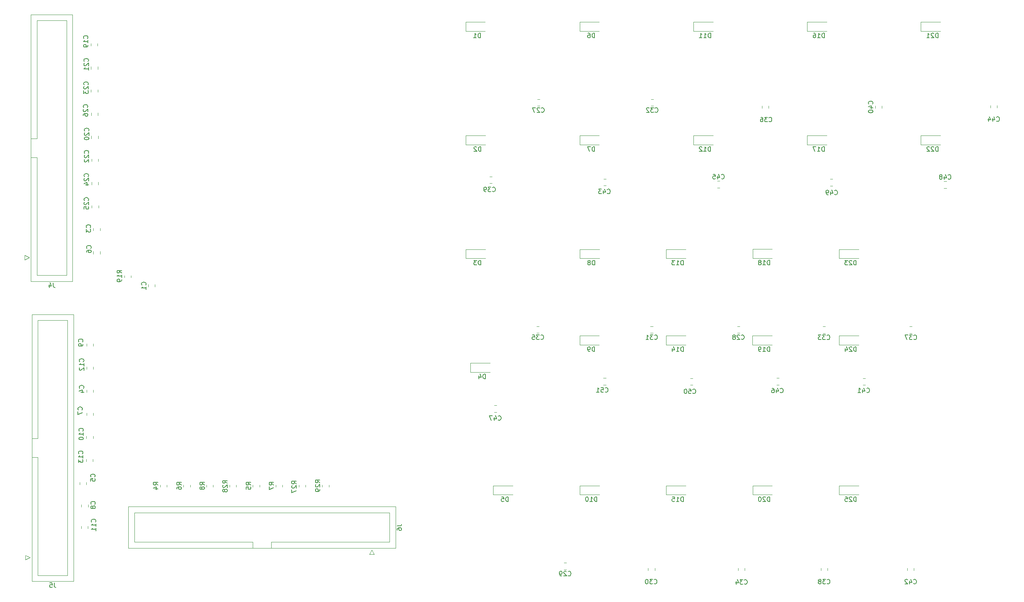
<source format=gbr>
%TF.GenerationSoftware,KiCad,Pcbnew,(6.0.0)*%
%TF.CreationDate,2023-05-12T18:24:35+02:00*%
%TF.ProjectId,Pot.butt_pcb,506f742e-6275-4747-945f-7063622e6b69,rev?*%
%TF.SameCoordinates,Original*%
%TF.FileFunction,Legend,Bot*%
%TF.FilePolarity,Positive*%
%FSLAX46Y46*%
G04 Gerber Fmt 4.6, Leading zero omitted, Abs format (unit mm)*
G04 Created by KiCad (PCBNEW (6.0.0)) date 2023-05-12 18:24:35*
%MOMM*%
%LPD*%
G01*
G04 APERTURE LIST*
%ADD10C,0.150000*%
%ADD11C,0.120000*%
G04 APERTURE END LIST*
D10*
%TO.C,C46*%
X218052857Y-114927142D02*
X218100476Y-114974761D01*
X218243333Y-115022380D01*
X218338571Y-115022380D01*
X218481428Y-114974761D01*
X218576666Y-114879523D01*
X218624285Y-114784285D01*
X218671904Y-114593809D01*
X218671904Y-114450952D01*
X218624285Y-114260476D01*
X218576666Y-114165238D01*
X218481428Y-114070000D01*
X218338571Y-114022380D01*
X218243333Y-114022380D01*
X218100476Y-114070000D01*
X218052857Y-114117619D01*
X217195714Y-114355714D02*
X217195714Y-115022380D01*
X217433809Y-113974761D02*
X217671904Y-114689047D01*
X217052857Y-114689047D01*
X216243333Y-114022380D02*
X216433809Y-114022380D01*
X216529047Y-114070000D01*
X216576666Y-114117619D01*
X216671904Y-114260476D01*
X216719523Y-114450952D01*
X216719523Y-114831904D01*
X216671904Y-114927142D01*
X216624285Y-114974761D01*
X216529047Y-115022380D01*
X216338571Y-115022380D01*
X216243333Y-114974761D01*
X216195714Y-114927142D01*
X216148095Y-114831904D01*
X216148095Y-114593809D01*
X216195714Y-114498571D01*
X216243333Y-114450952D01*
X216338571Y-114403333D01*
X216529047Y-114403333D01*
X216624285Y-114450952D01*
X216671904Y-114498571D01*
X216719523Y-114593809D01*
%TO.C,D3*%
X152248095Y-86912380D02*
X152248095Y-85912380D01*
X152010000Y-85912380D01*
X151867142Y-85960000D01*
X151771904Y-86055238D01*
X151724285Y-86150476D01*
X151676666Y-86340952D01*
X151676666Y-86483809D01*
X151724285Y-86674285D01*
X151771904Y-86769523D01*
X151867142Y-86864761D01*
X152010000Y-86912380D01*
X152248095Y-86912380D01*
X151343333Y-85912380D02*
X150724285Y-85912380D01*
X151057619Y-86293333D01*
X150914761Y-86293333D01*
X150819523Y-86340952D01*
X150771904Y-86388571D01*
X150724285Y-86483809D01*
X150724285Y-86721904D01*
X150771904Y-86817142D01*
X150819523Y-86864761D01*
X150914761Y-86912380D01*
X151200476Y-86912380D01*
X151295714Y-86864761D01*
X151343333Y-86817142D01*
%TO.C,C30*%
X190317857Y-156957142D02*
X190365476Y-157004761D01*
X190508333Y-157052380D01*
X190603571Y-157052380D01*
X190746428Y-157004761D01*
X190841666Y-156909523D01*
X190889285Y-156814285D01*
X190936904Y-156623809D01*
X190936904Y-156480952D01*
X190889285Y-156290476D01*
X190841666Y-156195238D01*
X190746428Y-156100000D01*
X190603571Y-156052380D01*
X190508333Y-156052380D01*
X190365476Y-156100000D01*
X190317857Y-156147619D01*
X189984523Y-156052380D02*
X189365476Y-156052380D01*
X189698809Y-156433333D01*
X189555952Y-156433333D01*
X189460714Y-156480952D01*
X189413095Y-156528571D01*
X189365476Y-156623809D01*
X189365476Y-156861904D01*
X189413095Y-156957142D01*
X189460714Y-157004761D01*
X189555952Y-157052380D01*
X189841666Y-157052380D01*
X189936904Y-157004761D01*
X189984523Y-156957142D01*
X188746428Y-156052380D02*
X188651190Y-156052380D01*
X188555952Y-156100000D01*
X188508333Y-156147619D01*
X188460714Y-156242857D01*
X188413095Y-156433333D01*
X188413095Y-156671428D01*
X188460714Y-156861904D01*
X188508333Y-156957142D01*
X188555952Y-157004761D01*
X188651190Y-157052380D01*
X188746428Y-157052380D01*
X188841666Y-157004761D01*
X188889285Y-156957142D01*
X188936904Y-156861904D01*
X188984523Y-156671428D01*
X188984523Y-156433333D01*
X188936904Y-156242857D01*
X188889285Y-156147619D01*
X188841666Y-156100000D01*
X188746428Y-156052380D01*
%TO.C,R8*%
X91492380Y-135333333D02*
X91016190Y-135000000D01*
X91492380Y-134761904D02*
X90492380Y-134761904D01*
X90492380Y-135142857D01*
X90540000Y-135238095D01*
X90587619Y-135285714D01*
X90682857Y-135333333D01*
X90825714Y-135333333D01*
X90920952Y-135285714D01*
X90968571Y-135238095D01*
X91016190Y-135142857D01*
X91016190Y-134761904D01*
X90920952Y-135904761D02*
X90873333Y-135809523D01*
X90825714Y-135761904D01*
X90730476Y-135714285D01*
X90682857Y-135714285D01*
X90587619Y-135761904D01*
X90540000Y-135809523D01*
X90492380Y-135904761D01*
X90492380Y-136095238D01*
X90540000Y-136190476D01*
X90587619Y-136238095D01*
X90682857Y-136285714D01*
X90730476Y-136285714D01*
X90825714Y-136238095D01*
X90873333Y-136190476D01*
X90920952Y-136095238D01*
X90920952Y-135904761D01*
X90968571Y-135809523D01*
X91016190Y-135761904D01*
X91111428Y-135714285D01*
X91301904Y-135714285D01*
X91397142Y-135761904D01*
X91444761Y-135809523D01*
X91492380Y-135904761D01*
X91492380Y-136095238D01*
X91444761Y-136190476D01*
X91397142Y-136238095D01*
X91301904Y-136285714D01*
X91111428Y-136285714D01*
X91016190Y-136238095D01*
X90968571Y-136190476D01*
X90920952Y-136095238D01*
%TO.C,R29*%
X116882380Y-134817142D02*
X116406190Y-134483809D01*
X116882380Y-134245714D02*
X115882380Y-134245714D01*
X115882380Y-134626666D01*
X115930000Y-134721904D01*
X115977619Y-134769523D01*
X116072857Y-134817142D01*
X116215714Y-134817142D01*
X116310952Y-134769523D01*
X116358571Y-134721904D01*
X116406190Y-134626666D01*
X116406190Y-134245714D01*
X115977619Y-135198095D02*
X115930000Y-135245714D01*
X115882380Y-135340952D01*
X115882380Y-135579047D01*
X115930000Y-135674285D01*
X115977619Y-135721904D01*
X116072857Y-135769523D01*
X116168095Y-135769523D01*
X116310952Y-135721904D01*
X116882380Y-135150476D01*
X116882380Y-135769523D01*
X116882380Y-136245714D02*
X116882380Y-136436190D01*
X116834761Y-136531428D01*
X116787142Y-136579047D01*
X116644285Y-136674285D01*
X116453809Y-136721904D01*
X116072857Y-136721904D01*
X115977619Y-136674285D01*
X115930000Y-136626666D01*
X115882380Y-136531428D01*
X115882380Y-136340952D01*
X115930000Y-136245714D01*
X115977619Y-136198095D01*
X116072857Y-136150476D01*
X116310952Y-136150476D01*
X116406190Y-136198095D01*
X116453809Y-136245714D01*
X116501428Y-136340952D01*
X116501428Y-136531428D01*
X116453809Y-136626666D01*
X116406190Y-136674285D01*
X116310952Y-136721904D01*
%TO.C,C23*%
X65877142Y-47277142D02*
X65924761Y-47229523D01*
X65972380Y-47086666D01*
X65972380Y-46991428D01*
X65924761Y-46848571D01*
X65829523Y-46753333D01*
X65734285Y-46705714D01*
X65543809Y-46658095D01*
X65400952Y-46658095D01*
X65210476Y-46705714D01*
X65115238Y-46753333D01*
X65020000Y-46848571D01*
X64972380Y-46991428D01*
X64972380Y-47086666D01*
X65020000Y-47229523D01*
X65067619Y-47277142D01*
X65067619Y-47658095D02*
X65020000Y-47705714D01*
X64972380Y-47800952D01*
X64972380Y-48039047D01*
X65020000Y-48134285D01*
X65067619Y-48181904D01*
X65162857Y-48229523D01*
X65258095Y-48229523D01*
X65400952Y-48181904D01*
X65972380Y-47610476D01*
X65972380Y-48229523D01*
X64972380Y-48562857D02*
X64972380Y-49181904D01*
X65353333Y-48848571D01*
X65353333Y-48991428D01*
X65400952Y-49086666D01*
X65448571Y-49134285D01*
X65543809Y-49181904D01*
X65781904Y-49181904D01*
X65877142Y-49134285D01*
X65924761Y-49086666D01*
X65972380Y-48991428D01*
X65972380Y-48705714D01*
X65924761Y-48610476D01*
X65877142Y-48562857D01*
%TO.C,C34*%
X210167857Y-157032142D02*
X210215476Y-157079761D01*
X210358333Y-157127380D01*
X210453571Y-157127380D01*
X210596428Y-157079761D01*
X210691666Y-156984523D01*
X210739285Y-156889285D01*
X210786904Y-156698809D01*
X210786904Y-156555952D01*
X210739285Y-156365476D01*
X210691666Y-156270238D01*
X210596428Y-156175000D01*
X210453571Y-156127380D01*
X210358333Y-156127380D01*
X210215476Y-156175000D01*
X210167857Y-156222619D01*
X209834523Y-156127380D02*
X209215476Y-156127380D01*
X209548809Y-156508333D01*
X209405952Y-156508333D01*
X209310714Y-156555952D01*
X209263095Y-156603571D01*
X209215476Y-156698809D01*
X209215476Y-156936904D01*
X209263095Y-157032142D01*
X209310714Y-157079761D01*
X209405952Y-157127380D01*
X209691666Y-157127380D01*
X209786904Y-157079761D01*
X209834523Y-157032142D01*
X208358333Y-156460714D02*
X208358333Y-157127380D01*
X208596428Y-156079761D02*
X208834523Y-156794047D01*
X208215476Y-156794047D01*
%TO.C,C44*%
X265592857Y-55232142D02*
X265640476Y-55279761D01*
X265783333Y-55327380D01*
X265878571Y-55327380D01*
X266021428Y-55279761D01*
X266116666Y-55184523D01*
X266164285Y-55089285D01*
X266211904Y-54898809D01*
X266211904Y-54755952D01*
X266164285Y-54565476D01*
X266116666Y-54470238D01*
X266021428Y-54375000D01*
X265878571Y-54327380D01*
X265783333Y-54327380D01*
X265640476Y-54375000D01*
X265592857Y-54422619D01*
X264735714Y-54660714D02*
X264735714Y-55327380D01*
X264973809Y-54279761D02*
X265211904Y-54994047D01*
X264592857Y-54994047D01*
X263783333Y-54660714D02*
X263783333Y-55327380D01*
X264021428Y-54279761D02*
X264259523Y-54994047D01*
X263640476Y-54994047D01*
%TO.C,C7*%
X64587142Y-118783333D02*
X64634761Y-118735714D01*
X64682380Y-118592857D01*
X64682380Y-118497619D01*
X64634761Y-118354761D01*
X64539523Y-118259523D01*
X64444285Y-118211904D01*
X64253809Y-118164285D01*
X64110952Y-118164285D01*
X63920476Y-118211904D01*
X63825238Y-118259523D01*
X63730000Y-118354761D01*
X63682380Y-118497619D01*
X63682380Y-118592857D01*
X63730000Y-118735714D01*
X63777619Y-118783333D01*
X63682380Y-119116666D02*
X63682380Y-119783333D01*
X64682380Y-119354761D01*
%TO.C,C24*%
X65947142Y-67457142D02*
X65994761Y-67409523D01*
X66042380Y-67266666D01*
X66042380Y-67171428D01*
X65994761Y-67028571D01*
X65899523Y-66933333D01*
X65804285Y-66885714D01*
X65613809Y-66838095D01*
X65470952Y-66838095D01*
X65280476Y-66885714D01*
X65185238Y-66933333D01*
X65090000Y-67028571D01*
X65042380Y-67171428D01*
X65042380Y-67266666D01*
X65090000Y-67409523D01*
X65137619Y-67457142D01*
X65137619Y-67838095D02*
X65090000Y-67885714D01*
X65042380Y-67980952D01*
X65042380Y-68219047D01*
X65090000Y-68314285D01*
X65137619Y-68361904D01*
X65232857Y-68409523D01*
X65328095Y-68409523D01*
X65470952Y-68361904D01*
X66042380Y-67790476D01*
X66042380Y-68409523D01*
X65375714Y-69266666D02*
X66042380Y-69266666D01*
X64994761Y-69028571D02*
X65709047Y-68790476D01*
X65709047Y-69409523D01*
%TO.C,C37*%
X247392857Y-103237142D02*
X247440476Y-103284761D01*
X247583333Y-103332380D01*
X247678571Y-103332380D01*
X247821428Y-103284761D01*
X247916666Y-103189523D01*
X247964285Y-103094285D01*
X248011904Y-102903809D01*
X248011904Y-102760952D01*
X247964285Y-102570476D01*
X247916666Y-102475238D01*
X247821428Y-102380000D01*
X247678571Y-102332380D01*
X247583333Y-102332380D01*
X247440476Y-102380000D01*
X247392857Y-102427619D01*
X247059523Y-102332380D02*
X246440476Y-102332380D01*
X246773809Y-102713333D01*
X246630952Y-102713333D01*
X246535714Y-102760952D01*
X246488095Y-102808571D01*
X246440476Y-102903809D01*
X246440476Y-103141904D01*
X246488095Y-103237142D01*
X246535714Y-103284761D01*
X246630952Y-103332380D01*
X246916666Y-103332380D01*
X247011904Y-103284761D01*
X247059523Y-103237142D01*
X246107142Y-102332380D02*
X245440476Y-102332380D01*
X245869047Y-103332380D01*
%TO.C,C27*%
X165542857Y-53237142D02*
X165590476Y-53284761D01*
X165733333Y-53332380D01*
X165828571Y-53332380D01*
X165971428Y-53284761D01*
X166066666Y-53189523D01*
X166114285Y-53094285D01*
X166161904Y-52903809D01*
X166161904Y-52760952D01*
X166114285Y-52570476D01*
X166066666Y-52475238D01*
X165971428Y-52380000D01*
X165828571Y-52332380D01*
X165733333Y-52332380D01*
X165590476Y-52380000D01*
X165542857Y-52427619D01*
X165161904Y-52427619D02*
X165114285Y-52380000D01*
X165019047Y-52332380D01*
X164780952Y-52332380D01*
X164685714Y-52380000D01*
X164638095Y-52427619D01*
X164590476Y-52522857D01*
X164590476Y-52618095D01*
X164638095Y-52760952D01*
X165209523Y-53332380D01*
X164590476Y-53332380D01*
X164257142Y-52332380D02*
X163590476Y-52332380D01*
X164019047Y-53332380D01*
%TO.C,D12*%
X202734285Y-61922380D02*
X202734285Y-60922380D01*
X202496190Y-60922380D01*
X202353333Y-60970000D01*
X202258095Y-61065238D01*
X202210476Y-61160476D01*
X202162857Y-61350952D01*
X202162857Y-61493809D01*
X202210476Y-61684285D01*
X202258095Y-61779523D01*
X202353333Y-61874761D01*
X202496190Y-61922380D01*
X202734285Y-61922380D01*
X201210476Y-61922380D02*
X201781904Y-61922380D01*
X201496190Y-61922380D02*
X201496190Y-60922380D01*
X201591428Y-61065238D01*
X201686666Y-61160476D01*
X201781904Y-61208095D01*
X200829523Y-61017619D02*
X200781904Y-60970000D01*
X200686666Y-60922380D01*
X200448571Y-60922380D01*
X200353333Y-60970000D01*
X200305714Y-61017619D01*
X200258095Y-61112857D01*
X200258095Y-61208095D01*
X200305714Y-61350952D01*
X200877142Y-61922380D01*
X200258095Y-61922380D01*
%TO.C,D5*%
X158258095Y-138922380D02*
X158258095Y-137922380D01*
X158020000Y-137922380D01*
X157877142Y-137970000D01*
X157781904Y-138065238D01*
X157734285Y-138160476D01*
X157686666Y-138350952D01*
X157686666Y-138493809D01*
X157734285Y-138684285D01*
X157781904Y-138779523D01*
X157877142Y-138874761D01*
X158020000Y-138922380D01*
X158258095Y-138922380D01*
X156781904Y-137922380D02*
X157258095Y-137922380D01*
X157305714Y-138398571D01*
X157258095Y-138350952D01*
X157162857Y-138303333D01*
X156924761Y-138303333D01*
X156829523Y-138350952D01*
X156781904Y-138398571D01*
X156734285Y-138493809D01*
X156734285Y-138731904D01*
X156781904Y-138827142D01*
X156829523Y-138874761D01*
X156924761Y-138922380D01*
X157162857Y-138922380D01*
X157258095Y-138874761D01*
X157305714Y-138827142D01*
%TO.C,C25*%
X65957142Y-72727142D02*
X66004761Y-72679523D01*
X66052380Y-72536666D01*
X66052380Y-72441428D01*
X66004761Y-72298571D01*
X65909523Y-72203333D01*
X65814285Y-72155714D01*
X65623809Y-72108095D01*
X65480952Y-72108095D01*
X65290476Y-72155714D01*
X65195238Y-72203333D01*
X65100000Y-72298571D01*
X65052380Y-72441428D01*
X65052380Y-72536666D01*
X65100000Y-72679523D01*
X65147619Y-72727142D01*
X65147619Y-73108095D02*
X65100000Y-73155714D01*
X65052380Y-73250952D01*
X65052380Y-73489047D01*
X65100000Y-73584285D01*
X65147619Y-73631904D01*
X65242857Y-73679523D01*
X65338095Y-73679523D01*
X65480952Y-73631904D01*
X66052380Y-73060476D01*
X66052380Y-73679523D01*
X65052380Y-74584285D02*
X65052380Y-74108095D01*
X65528571Y-74060476D01*
X65480952Y-74108095D01*
X65433333Y-74203333D01*
X65433333Y-74441428D01*
X65480952Y-74536666D01*
X65528571Y-74584285D01*
X65623809Y-74631904D01*
X65861904Y-74631904D01*
X65957142Y-74584285D01*
X66004761Y-74536666D01*
X66052380Y-74441428D01*
X66052380Y-74203333D01*
X66004761Y-74108095D01*
X65957142Y-74060476D01*
%TO.C,C42*%
X247342857Y-156969642D02*
X247390476Y-157017261D01*
X247533333Y-157064880D01*
X247628571Y-157064880D01*
X247771428Y-157017261D01*
X247866666Y-156922023D01*
X247914285Y-156826785D01*
X247961904Y-156636309D01*
X247961904Y-156493452D01*
X247914285Y-156302976D01*
X247866666Y-156207738D01*
X247771428Y-156112500D01*
X247628571Y-156064880D01*
X247533333Y-156064880D01*
X247390476Y-156112500D01*
X247342857Y-156160119D01*
X246485714Y-156398214D02*
X246485714Y-157064880D01*
X246723809Y-156017261D02*
X246961904Y-156731547D01*
X246342857Y-156731547D01*
X246009523Y-156160119D02*
X245961904Y-156112500D01*
X245866666Y-156064880D01*
X245628571Y-156064880D01*
X245533333Y-156112500D01*
X245485714Y-156160119D01*
X245438095Y-156255357D01*
X245438095Y-156350595D01*
X245485714Y-156493452D01*
X246057142Y-157064880D01*
X245438095Y-157064880D01*
%TO.C,C31*%
X190430357Y-103212142D02*
X190477976Y-103259761D01*
X190620833Y-103307380D01*
X190716071Y-103307380D01*
X190858928Y-103259761D01*
X190954166Y-103164523D01*
X191001785Y-103069285D01*
X191049404Y-102878809D01*
X191049404Y-102735952D01*
X191001785Y-102545476D01*
X190954166Y-102450238D01*
X190858928Y-102355000D01*
X190716071Y-102307380D01*
X190620833Y-102307380D01*
X190477976Y-102355000D01*
X190430357Y-102402619D01*
X190097023Y-102307380D02*
X189477976Y-102307380D01*
X189811309Y-102688333D01*
X189668452Y-102688333D01*
X189573214Y-102735952D01*
X189525595Y-102783571D01*
X189477976Y-102878809D01*
X189477976Y-103116904D01*
X189525595Y-103212142D01*
X189573214Y-103259761D01*
X189668452Y-103307380D01*
X189954166Y-103307380D01*
X190049404Y-103259761D01*
X190097023Y-103212142D01*
X188525595Y-103307380D02*
X189097023Y-103307380D01*
X188811309Y-103307380D02*
X188811309Y-102307380D01*
X188906547Y-102450238D01*
X189001785Y-102545476D01*
X189097023Y-102593095D01*
%TO.C,C19*%
X65817142Y-37097142D02*
X65864761Y-37049523D01*
X65912380Y-36906666D01*
X65912380Y-36811428D01*
X65864761Y-36668571D01*
X65769523Y-36573333D01*
X65674285Y-36525714D01*
X65483809Y-36478095D01*
X65340952Y-36478095D01*
X65150476Y-36525714D01*
X65055238Y-36573333D01*
X64960000Y-36668571D01*
X64912380Y-36811428D01*
X64912380Y-36906666D01*
X64960000Y-37049523D01*
X65007619Y-37097142D01*
X65912380Y-38049523D02*
X65912380Y-37478095D01*
X65912380Y-37763809D02*
X64912380Y-37763809D01*
X65055238Y-37668571D01*
X65150476Y-37573333D01*
X65198095Y-37478095D01*
X65912380Y-38525714D02*
X65912380Y-38716190D01*
X65864761Y-38811428D01*
X65817142Y-38859047D01*
X65674285Y-38954285D01*
X65483809Y-39001904D01*
X65102857Y-39001904D01*
X65007619Y-38954285D01*
X64960000Y-38906666D01*
X64912380Y-38811428D01*
X64912380Y-38620952D01*
X64960000Y-38525714D01*
X65007619Y-38478095D01*
X65102857Y-38430476D01*
X65340952Y-38430476D01*
X65436190Y-38478095D01*
X65483809Y-38525714D01*
X65531428Y-38620952D01*
X65531428Y-38811428D01*
X65483809Y-38906666D01*
X65436190Y-38954285D01*
X65340952Y-39001904D01*
%TO.C,C1*%
X78577142Y-91323333D02*
X78624761Y-91275714D01*
X78672380Y-91132857D01*
X78672380Y-91037619D01*
X78624761Y-90894761D01*
X78529523Y-90799523D01*
X78434285Y-90751904D01*
X78243809Y-90704285D01*
X78100952Y-90704285D01*
X77910476Y-90751904D01*
X77815238Y-90799523D01*
X77720000Y-90894761D01*
X77672380Y-91037619D01*
X77672380Y-91132857D01*
X77720000Y-91275714D01*
X77767619Y-91323333D01*
X78672380Y-92275714D02*
X78672380Y-91704285D01*
X78672380Y-91990000D02*
X77672380Y-91990000D01*
X77815238Y-91894761D01*
X77910476Y-91799523D01*
X77958095Y-91704285D01*
%TO.C,D1*%
X152188095Y-36952380D02*
X152188095Y-35952380D01*
X151950000Y-35952380D01*
X151807142Y-36000000D01*
X151711904Y-36095238D01*
X151664285Y-36190476D01*
X151616666Y-36380952D01*
X151616666Y-36523809D01*
X151664285Y-36714285D01*
X151711904Y-36809523D01*
X151807142Y-36904761D01*
X151950000Y-36952380D01*
X152188095Y-36952380D01*
X150664285Y-36952380D02*
X151235714Y-36952380D01*
X150950000Y-36952380D02*
X150950000Y-35952380D01*
X151045238Y-36095238D01*
X151140476Y-36190476D01*
X151235714Y-36238095D01*
%TO.C,D11*%
X202744285Y-36922380D02*
X202744285Y-35922380D01*
X202506190Y-35922380D01*
X202363333Y-35970000D01*
X202268095Y-36065238D01*
X202220476Y-36160476D01*
X202172857Y-36350952D01*
X202172857Y-36493809D01*
X202220476Y-36684285D01*
X202268095Y-36779523D01*
X202363333Y-36874761D01*
X202506190Y-36922380D01*
X202744285Y-36922380D01*
X201220476Y-36922380D02*
X201791904Y-36922380D01*
X201506190Y-36922380D02*
X201506190Y-35922380D01*
X201601428Y-36065238D01*
X201696666Y-36160476D01*
X201791904Y-36208095D01*
X200268095Y-36922380D02*
X200839523Y-36922380D01*
X200553809Y-36922380D02*
X200553809Y-35922380D01*
X200649047Y-36065238D01*
X200744285Y-36160476D01*
X200839523Y-36208095D01*
%TO.C,D9*%
X177248095Y-105922380D02*
X177248095Y-104922380D01*
X177010000Y-104922380D01*
X176867142Y-104970000D01*
X176771904Y-105065238D01*
X176724285Y-105160476D01*
X176676666Y-105350952D01*
X176676666Y-105493809D01*
X176724285Y-105684285D01*
X176771904Y-105779523D01*
X176867142Y-105874761D01*
X177010000Y-105922380D01*
X177248095Y-105922380D01*
X176200476Y-105922380D02*
X176010000Y-105922380D01*
X175914761Y-105874761D01*
X175867142Y-105827142D01*
X175771904Y-105684285D01*
X175724285Y-105493809D01*
X175724285Y-105112857D01*
X175771904Y-105017619D01*
X175819523Y-104970000D01*
X175914761Y-104922380D01*
X176105238Y-104922380D01*
X176200476Y-104970000D01*
X176248095Y-105017619D01*
X176295714Y-105112857D01*
X176295714Y-105350952D01*
X176248095Y-105446190D01*
X176200476Y-105493809D01*
X176105238Y-105541428D01*
X175914761Y-105541428D01*
X175819523Y-105493809D01*
X175771904Y-105446190D01*
X175724285Y-105350952D01*
%TO.C,D15*%
X196734285Y-138922380D02*
X196734285Y-137922380D01*
X196496190Y-137922380D01*
X196353333Y-137970000D01*
X196258095Y-138065238D01*
X196210476Y-138160476D01*
X196162857Y-138350952D01*
X196162857Y-138493809D01*
X196210476Y-138684285D01*
X196258095Y-138779523D01*
X196353333Y-138874761D01*
X196496190Y-138922380D01*
X196734285Y-138922380D01*
X195210476Y-138922380D02*
X195781904Y-138922380D01*
X195496190Y-138922380D02*
X195496190Y-137922380D01*
X195591428Y-138065238D01*
X195686666Y-138160476D01*
X195781904Y-138208095D01*
X194305714Y-137922380D02*
X194781904Y-137922380D01*
X194829523Y-138398571D01*
X194781904Y-138350952D01*
X194686666Y-138303333D01*
X194448571Y-138303333D01*
X194353333Y-138350952D01*
X194305714Y-138398571D01*
X194258095Y-138493809D01*
X194258095Y-138731904D01*
X194305714Y-138827142D01*
X194353333Y-138874761D01*
X194448571Y-138922380D01*
X194686666Y-138922380D01*
X194781904Y-138874761D01*
X194829523Y-138827142D01*
%TO.C,D13*%
X196734285Y-86912380D02*
X196734285Y-85912380D01*
X196496190Y-85912380D01*
X196353333Y-85960000D01*
X196258095Y-86055238D01*
X196210476Y-86150476D01*
X196162857Y-86340952D01*
X196162857Y-86483809D01*
X196210476Y-86674285D01*
X196258095Y-86769523D01*
X196353333Y-86864761D01*
X196496190Y-86912380D01*
X196734285Y-86912380D01*
X195210476Y-86912380D02*
X195781904Y-86912380D01*
X195496190Y-86912380D02*
X195496190Y-85912380D01*
X195591428Y-86055238D01*
X195686666Y-86150476D01*
X195781904Y-86198095D01*
X194877142Y-85912380D02*
X194258095Y-85912380D01*
X194591428Y-86293333D01*
X194448571Y-86293333D01*
X194353333Y-86340952D01*
X194305714Y-86388571D01*
X194258095Y-86483809D01*
X194258095Y-86721904D01*
X194305714Y-86817142D01*
X194353333Y-86864761D01*
X194448571Y-86912380D01*
X194734285Y-86912380D01*
X194829523Y-86864761D01*
X194877142Y-86817142D01*
%TO.C,D8*%
X177258095Y-86912380D02*
X177258095Y-85912380D01*
X177020000Y-85912380D01*
X176877142Y-85960000D01*
X176781904Y-86055238D01*
X176734285Y-86150476D01*
X176686666Y-86340952D01*
X176686666Y-86483809D01*
X176734285Y-86674285D01*
X176781904Y-86769523D01*
X176877142Y-86864761D01*
X177020000Y-86912380D01*
X177258095Y-86912380D01*
X176115238Y-86340952D02*
X176210476Y-86293333D01*
X176258095Y-86245714D01*
X176305714Y-86150476D01*
X176305714Y-86102857D01*
X176258095Y-86007619D01*
X176210476Y-85960000D01*
X176115238Y-85912380D01*
X175924761Y-85912380D01*
X175829523Y-85960000D01*
X175781904Y-86007619D01*
X175734285Y-86102857D01*
X175734285Y-86150476D01*
X175781904Y-86245714D01*
X175829523Y-86293333D01*
X175924761Y-86340952D01*
X176115238Y-86340952D01*
X176210476Y-86388571D01*
X176258095Y-86436190D01*
X176305714Y-86531428D01*
X176305714Y-86721904D01*
X176258095Y-86817142D01*
X176210476Y-86864761D01*
X176115238Y-86912380D01*
X175924761Y-86912380D01*
X175829523Y-86864761D01*
X175781904Y-86817142D01*
X175734285Y-86721904D01*
X175734285Y-86531428D01*
X175781904Y-86436190D01*
X175829523Y-86388571D01*
X175924761Y-86340952D01*
%TO.C,J6*%
X133822380Y-144299166D02*
X134536666Y-144299166D01*
X134679523Y-144251547D01*
X134774761Y-144156309D01*
X134822380Y-144013452D01*
X134822380Y-143918214D01*
X133822380Y-145203928D02*
X133822380Y-145013452D01*
X133870000Y-144918214D01*
X133917619Y-144870595D01*
X134060476Y-144775357D01*
X134250952Y-144727738D01*
X134631904Y-144727738D01*
X134727142Y-144775357D01*
X134774761Y-144822976D01*
X134822380Y-144918214D01*
X134822380Y-145108690D01*
X134774761Y-145203928D01*
X134727142Y-145251547D01*
X134631904Y-145299166D01*
X134393809Y-145299166D01*
X134298571Y-145251547D01*
X134250952Y-145203928D01*
X134203333Y-145108690D01*
X134203333Y-144918214D01*
X134250952Y-144822976D01*
X134298571Y-144775357D01*
X134393809Y-144727738D01*
%TO.C,D16*%
X227734285Y-36922380D02*
X227734285Y-35922380D01*
X227496190Y-35922380D01*
X227353333Y-35970000D01*
X227258095Y-36065238D01*
X227210476Y-36160476D01*
X227162857Y-36350952D01*
X227162857Y-36493809D01*
X227210476Y-36684285D01*
X227258095Y-36779523D01*
X227353333Y-36874761D01*
X227496190Y-36922380D01*
X227734285Y-36922380D01*
X226210476Y-36922380D02*
X226781904Y-36922380D01*
X226496190Y-36922380D02*
X226496190Y-35922380D01*
X226591428Y-36065238D01*
X226686666Y-36160476D01*
X226781904Y-36208095D01*
X225353333Y-35922380D02*
X225543809Y-35922380D01*
X225639047Y-35970000D01*
X225686666Y-36017619D01*
X225781904Y-36160476D01*
X225829523Y-36350952D01*
X225829523Y-36731904D01*
X225781904Y-36827142D01*
X225734285Y-36874761D01*
X225639047Y-36922380D01*
X225448571Y-36922380D01*
X225353333Y-36874761D01*
X225305714Y-36827142D01*
X225258095Y-36731904D01*
X225258095Y-36493809D01*
X225305714Y-36398571D01*
X225353333Y-36350952D01*
X225448571Y-36303333D01*
X225639047Y-36303333D01*
X225734285Y-36350952D01*
X225781904Y-36398571D01*
X225829523Y-36493809D01*
%TO.C,C11*%
X67527142Y-143447142D02*
X67574761Y-143399523D01*
X67622380Y-143256666D01*
X67622380Y-143161428D01*
X67574761Y-143018571D01*
X67479523Y-142923333D01*
X67384285Y-142875714D01*
X67193809Y-142828095D01*
X67050952Y-142828095D01*
X66860476Y-142875714D01*
X66765238Y-142923333D01*
X66670000Y-143018571D01*
X66622380Y-143161428D01*
X66622380Y-143256666D01*
X66670000Y-143399523D01*
X66717619Y-143447142D01*
X67622380Y-144399523D02*
X67622380Y-143828095D01*
X67622380Y-144113809D02*
X66622380Y-144113809D01*
X66765238Y-144018571D01*
X66860476Y-143923333D01*
X66908095Y-143828095D01*
X67622380Y-145351904D02*
X67622380Y-144780476D01*
X67622380Y-145066190D02*
X66622380Y-145066190D01*
X66765238Y-144970952D01*
X66860476Y-144875714D01*
X66908095Y-144780476D01*
%TO.C,D20*%
X215734285Y-138922380D02*
X215734285Y-137922380D01*
X215496190Y-137922380D01*
X215353333Y-137970000D01*
X215258095Y-138065238D01*
X215210476Y-138160476D01*
X215162857Y-138350952D01*
X215162857Y-138493809D01*
X215210476Y-138684285D01*
X215258095Y-138779523D01*
X215353333Y-138874761D01*
X215496190Y-138922380D01*
X215734285Y-138922380D01*
X214781904Y-138017619D02*
X214734285Y-137970000D01*
X214639047Y-137922380D01*
X214400952Y-137922380D01*
X214305714Y-137970000D01*
X214258095Y-138017619D01*
X214210476Y-138112857D01*
X214210476Y-138208095D01*
X214258095Y-138350952D01*
X214829523Y-138922380D01*
X214210476Y-138922380D01*
X213591428Y-137922380D02*
X213496190Y-137922380D01*
X213400952Y-137970000D01*
X213353333Y-138017619D01*
X213305714Y-138112857D01*
X213258095Y-138303333D01*
X213258095Y-138541428D01*
X213305714Y-138731904D01*
X213353333Y-138827142D01*
X213400952Y-138874761D01*
X213496190Y-138922380D01*
X213591428Y-138922380D01*
X213686666Y-138874761D01*
X213734285Y-138827142D01*
X213781904Y-138731904D01*
X213829523Y-138541428D01*
X213829523Y-138303333D01*
X213781904Y-138112857D01*
X213734285Y-138017619D01*
X213686666Y-137970000D01*
X213591428Y-137922380D01*
%TO.C,C40*%
X238327142Y-51507142D02*
X238374761Y-51459523D01*
X238422380Y-51316666D01*
X238422380Y-51221428D01*
X238374761Y-51078571D01*
X238279523Y-50983333D01*
X238184285Y-50935714D01*
X237993809Y-50888095D01*
X237850952Y-50888095D01*
X237660476Y-50935714D01*
X237565238Y-50983333D01*
X237470000Y-51078571D01*
X237422380Y-51221428D01*
X237422380Y-51316666D01*
X237470000Y-51459523D01*
X237517619Y-51507142D01*
X237755714Y-52364285D02*
X238422380Y-52364285D01*
X237374761Y-52126190D02*
X238089047Y-51888095D01*
X238089047Y-52507142D01*
X237422380Y-53078571D02*
X237422380Y-53173809D01*
X237470000Y-53269047D01*
X237517619Y-53316666D01*
X237612857Y-53364285D01*
X237803333Y-53411904D01*
X238041428Y-53411904D01*
X238231904Y-53364285D01*
X238327142Y-53316666D01*
X238374761Y-53269047D01*
X238422380Y-53173809D01*
X238422380Y-53078571D01*
X238374761Y-52983333D01*
X238327142Y-52935714D01*
X238231904Y-52888095D01*
X238041428Y-52840476D01*
X237803333Y-52840476D01*
X237612857Y-52888095D01*
X237517619Y-52935714D01*
X237470000Y-52983333D01*
X237422380Y-53078571D01*
%TO.C,D22*%
X252724285Y-61912380D02*
X252724285Y-60912380D01*
X252486190Y-60912380D01*
X252343333Y-60960000D01*
X252248095Y-61055238D01*
X252200476Y-61150476D01*
X252152857Y-61340952D01*
X252152857Y-61483809D01*
X252200476Y-61674285D01*
X252248095Y-61769523D01*
X252343333Y-61864761D01*
X252486190Y-61912380D01*
X252724285Y-61912380D01*
X251771904Y-61007619D02*
X251724285Y-60960000D01*
X251629047Y-60912380D01*
X251390952Y-60912380D01*
X251295714Y-60960000D01*
X251248095Y-61007619D01*
X251200476Y-61102857D01*
X251200476Y-61198095D01*
X251248095Y-61340952D01*
X251819523Y-61912380D01*
X251200476Y-61912380D01*
X250819523Y-61007619D02*
X250771904Y-60960000D01*
X250676666Y-60912380D01*
X250438571Y-60912380D01*
X250343333Y-60960000D01*
X250295714Y-61007619D01*
X250248095Y-61102857D01*
X250248095Y-61198095D01*
X250295714Y-61340952D01*
X250867142Y-61912380D01*
X250248095Y-61912380D01*
%TO.C,C32*%
X190542857Y-53237142D02*
X190590476Y-53284761D01*
X190733333Y-53332380D01*
X190828571Y-53332380D01*
X190971428Y-53284761D01*
X191066666Y-53189523D01*
X191114285Y-53094285D01*
X191161904Y-52903809D01*
X191161904Y-52760952D01*
X191114285Y-52570476D01*
X191066666Y-52475238D01*
X190971428Y-52380000D01*
X190828571Y-52332380D01*
X190733333Y-52332380D01*
X190590476Y-52380000D01*
X190542857Y-52427619D01*
X190209523Y-52332380D02*
X189590476Y-52332380D01*
X189923809Y-52713333D01*
X189780952Y-52713333D01*
X189685714Y-52760952D01*
X189638095Y-52808571D01*
X189590476Y-52903809D01*
X189590476Y-53141904D01*
X189638095Y-53237142D01*
X189685714Y-53284761D01*
X189780952Y-53332380D01*
X190066666Y-53332380D01*
X190161904Y-53284761D01*
X190209523Y-53237142D01*
X189209523Y-52427619D02*
X189161904Y-52380000D01*
X189066666Y-52332380D01*
X188828571Y-52332380D01*
X188733333Y-52380000D01*
X188685714Y-52427619D01*
X188638095Y-52522857D01*
X188638095Y-52618095D01*
X188685714Y-52760952D01*
X189257142Y-53332380D01*
X188638095Y-53332380D01*
%TO.C,C50*%
X198832857Y-115097142D02*
X198880476Y-115144761D01*
X199023333Y-115192380D01*
X199118571Y-115192380D01*
X199261428Y-115144761D01*
X199356666Y-115049523D01*
X199404285Y-114954285D01*
X199451904Y-114763809D01*
X199451904Y-114620952D01*
X199404285Y-114430476D01*
X199356666Y-114335238D01*
X199261428Y-114240000D01*
X199118571Y-114192380D01*
X199023333Y-114192380D01*
X198880476Y-114240000D01*
X198832857Y-114287619D01*
X197928095Y-114192380D02*
X198404285Y-114192380D01*
X198451904Y-114668571D01*
X198404285Y-114620952D01*
X198309047Y-114573333D01*
X198070952Y-114573333D01*
X197975714Y-114620952D01*
X197928095Y-114668571D01*
X197880476Y-114763809D01*
X197880476Y-115001904D01*
X197928095Y-115097142D01*
X197975714Y-115144761D01*
X198070952Y-115192380D01*
X198309047Y-115192380D01*
X198404285Y-115144761D01*
X198451904Y-115097142D01*
X197261428Y-114192380D02*
X197166190Y-114192380D01*
X197070952Y-114240000D01*
X197023333Y-114287619D01*
X196975714Y-114382857D01*
X196928095Y-114573333D01*
X196928095Y-114811428D01*
X196975714Y-115001904D01*
X197023333Y-115097142D01*
X197070952Y-115144761D01*
X197166190Y-115192380D01*
X197261428Y-115192380D01*
X197356666Y-115144761D01*
X197404285Y-115097142D01*
X197451904Y-115001904D01*
X197499523Y-114811428D01*
X197499523Y-114573333D01*
X197451904Y-114382857D01*
X197404285Y-114287619D01*
X197356666Y-114240000D01*
X197261428Y-114192380D01*
%TO.C,D25*%
X234734285Y-138922380D02*
X234734285Y-137922380D01*
X234496190Y-137922380D01*
X234353333Y-137970000D01*
X234258095Y-138065238D01*
X234210476Y-138160476D01*
X234162857Y-138350952D01*
X234162857Y-138493809D01*
X234210476Y-138684285D01*
X234258095Y-138779523D01*
X234353333Y-138874761D01*
X234496190Y-138922380D01*
X234734285Y-138922380D01*
X233781904Y-138017619D02*
X233734285Y-137970000D01*
X233639047Y-137922380D01*
X233400952Y-137922380D01*
X233305714Y-137970000D01*
X233258095Y-138017619D01*
X233210476Y-138112857D01*
X233210476Y-138208095D01*
X233258095Y-138350952D01*
X233829523Y-138922380D01*
X233210476Y-138922380D01*
X232305714Y-137922380D02*
X232781904Y-137922380D01*
X232829523Y-138398571D01*
X232781904Y-138350952D01*
X232686666Y-138303333D01*
X232448571Y-138303333D01*
X232353333Y-138350952D01*
X232305714Y-138398571D01*
X232258095Y-138493809D01*
X232258095Y-138731904D01*
X232305714Y-138827142D01*
X232353333Y-138874761D01*
X232448571Y-138922380D01*
X232686666Y-138922380D01*
X232781904Y-138874761D01*
X232829523Y-138827142D01*
%TO.C,C49*%
X229992857Y-71367142D02*
X230040476Y-71414761D01*
X230183333Y-71462380D01*
X230278571Y-71462380D01*
X230421428Y-71414761D01*
X230516666Y-71319523D01*
X230564285Y-71224285D01*
X230611904Y-71033809D01*
X230611904Y-70890952D01*
X230564285Y-70700476D01*
X230516666Y-70605238D01*
X230421428Y-70510000D01*
X230278571Y-70462380D01*
X230183333Y-70462380D01*
X230040476Y-70510000D01*
X229992857Y-70557619D01*
X229135714Y-70795714D02*
X229135714Y-71462380D01*
X229373809Y-70414761D02*
X229611904Y-71129047D01*
X228992857Y-71129047D01*
X228564285Y-71462380D02*
X228373809Y-71462380D01*
X228278571Y-71414761D01*
X228230952Y-71367142D01*
X228135714Y-71224285D01*
X228088095Y-71033809D01*
X228088095Y-70652857D01*
X228135714Y-70557619D01*
X228183333Y-70510000D01*
X228278571Y-70462380D01*
X228469047Y-70462380D01*
X228564285Y-70510000D01*
X228611904Y-70557619D01*
X228659523Y-70652857D01*
X228659523Y-70890952D01*
X228611904Y-70986190D01*
X228564285Y-71033809D01*
X228469047Y-71081428D01*
X228278571Y-71081428D01*
X228183333Y-71033809D01*
X228135714Y-70986190D01*
X228088095Y-70890952D01*
%TO.C,C36*%
X215567857Y-55332142D02*
X215615476Y-55379761D01*
X215758333Y-55427380D01*
X215853571Y-55427380D01*
X215996428Y-55379761D01*
X216091666Y-55284523D01*
X216139285Y-55189285D01*
X216186904Y-54998809D01*
X216186904Y-54855952D01*
X216139285Y-54665476D01*
X216091666Y-54570238D01*
X215996428Y-54475000D01*
X215853571Y-54427380D01*
X215758333Y-54427380D01*
X215615476Y-54475000D01*
X215567857Y-54522619D01*
X215234523Y-54427380D02*
X214615476Y-54427380D01*
X214948809Y-54808333D01*
X214805952Y-54808333D01*
X214710714Y-54855952D01*
X214663095Y-54903571D01*
X214615476Y-54998809D01*
X214615476Y-55236904D01*
X214663095Y-55332142D01*
X214710714Y-55379761D01*
X214805952Y-55427380D01*
X215091666Y-55427380D01*
X215186904Y-55379761D01*
X215234523Y-55332142D01*
X213758333Y-54427380D02*
X213948809Y-54427380D01*
X214044047Y-54475000D01*
X214091666Y-54522619D01*
X214186904Y-54665476D01*
X214234523Y-54855952D01*
X214234523Y-55236904D01*
X214186904Y-55332142D01*
X214139285Y-55379761D01*
X214044047Y-55427380D01*
X213853571Y-55427380D01*
X213758333Y-55379761D01*
X213710714Y-55332142D01*
X213663095Y-55236904D01*
X213663095Y-54998809D01*
X213710714Y-54903571D01*
X213758333Y-54855952D01*
X213853571Y-54808333D01*
X214044047Y-54808333D01*
X214139285Y-54855952D01*
X214186904Y-54903571D01*
X214234523Y-54998809D01*
%TO.C,R5*%
X101682380Y-135333333D02*
X101206190Y-135000000D01*
X101682380Y-134761904D02*
X100682380Y-134761904D01*
X100682380Y-135142857D01*
X100730000Y-135238095D01*
X100777619Y-135285714D01*
X100872857Y-135333333D01*
X101015714Y-135333333D01*
X101110952Y-135285714D01*
X101158571Y-135238095D01*
X101206190Y-135142857D01*
X101206190Y-134761904D01*
X100682380Y-136238095D02*
X100682380Y-135761904D01*
X101158571Y-135714285D01*
X101110952Y-135761904D01*
X101063333Y-135857142D01*
X101063333Y-136095238D01*
X101110952Y-136190476D01*
X101158571Y-136238095D01*
X101253809Y-136285714D01*
X101491904Y-136285714D01*
X101587142Y-136238095D01*
X101634761Y-136190476D01*
X101682380Y-136095238D01*
X101682380Y-135857142D01*
X101634761Y-135761904D01*
X101587142Y-135714285D01*
%TO.C,D4*%
X153258095Y-111922380D02*
X153258095Y-110922380D01*
X153020000Y-110922380D01*
X152877142Y-110970000D01*
X152781904Y-111065238D01*
X152734285Y-111160476D01*
X152686666Y-111350952D01*
X152686666Y-111493809D01*
X152734285Y-111684285D01*
X152781904Y-111779523D01*
X152877142Y-111874761D01*
X153020000Y-111922380D01*
X153258095Y-111922380D01*
X151829523Y-111255714D02*
X151829523Y-111922380D01*
X152067619Y-110874761D02*
X152305714Y-111589047D01*
X151686666Y-111589047D01*
%TO.C,D6*%
X177238095Y-36922380D02*
X177238095Y-35922380D01*
X177000000Y-35922380D01*
X176857142Y-35970000D01*
X176761904Y-36065238D01*
X176714285Y-36160476D01*
X176666666Y-36350952D01*
X176666666Y-36493809D01*
X176714285Y-36684285D01*
X176761904Y-36779523D01*
X176857142Y-36874761D01*
X177000000Y-36922380D01*
X177238095Y-36922380D01*
X175809523Y-35922380D02*
X176000000Y-35922380D01*
X176095238Y-35970000D01*
X176142857Y-36017619D01*
X176238095Y-36160476D01*
X176285714Y-36350952D01*
X176285714Y-36731904D01*
X176238095Y-36827142D01*
X176190476Y-36874761D01*
X176095238Y-36922380D01*
X175904761Y-36922380D01*
X175809523Y-36874761D01*
X175761904Y-36827142D01*
X175714285Y-36731904D01*
X175714285Y-36493809D01*
X175761904Y-36398571D01*
X175809523Y-36350952D01*
X175904761Y-36303333D01*
X176095238Y-36303333D01*
X176190476Y-36350952D01*
X176238095Y-36398571D01*
X176285714Y-36493809D01*
%TO.C,D2*%
X152258095Y-61912380D02*
X152258095Y-60912380D01*
X152020000Y-60912380D01*
X151877142Y-60960000D01*
X151781904Y-61055238D01*
X151734285Y-61150476D01*
X151686666Y-61340952D01*
X151686666Y-61483809D01*
X151734285Y-61674285D01*
X151781904Y-61769523D01*
X151877142Y-61864761D01*
X152020000Y-61912380D01*
X152258095Y-61912380D01*
X151305714Y-61007619D02*
X151258095Y-60960000D01*
X151162857Y-60912380D01*
X150924761Y-60912380D01*
X150829523Y-60960000D01*
X150781904Y-61007619D01*
X150734285Y-61102857D01*
X150734285Y-61198095D01*
X150781904Y-61340952D01*
X151353333Y-61912380D01*
X150734285Y-61912380D01*
%TO.C,D19*%
X215724285Y-105922380D02*
X215724285Y-104922380D01*
X215486190Y-104922380D01*
X215343333Y-104970000D01*
X215248095Y-105065238D01*
X215200476Y-105160476D01*
X215152857Y-105350952D01*
X215152857Y-105493809D01*
X215200476Y-105684285D01*
X215248095Y-105779523D01*
X215343333Y-105874761D01*
X215486190Y-105922380D01*
X215724285Y-105922380D01*
X214200476Y-105922380D02*
X214771904Y-105922380D01*
X214486190Y-105922380D02*
X214486190Y-104922380D01*
X214581428Y-105065238D01*
X214676666Y-105160476D01*
X214771904Y-105208095D01*
X213724285Y-105922380D02*
X213533809Y-105922380D01*
X213438571Y-105874761D01*
X213390952Y-105827142D01*
X213295714Y-105684285D01*
X213248095Y-105493809D01*
X213248095Y-105112857D01*
X213295714Y-105017619D01*
X213343333Y-104970000D01*
X213438571Y-104922380D01*
X213629047Y-104922380D01*
X213724285Y-104970000D01*
X213771904Y-105017619D01*
X213819523Y-105112857D01*
X213819523Y-105350952D01*
X213771904Y-105446190D01*
X213724285Y-105493809D01*
X213629047Y-105541428D01*
X213438571Y-105541428D01*
X213343333Y-105493809D01*
X213295714Y-105446190D01*
X213248095Y-105350952D01*
%TO.C,C6*%
X66497142Y-83253333D02*
X66544761Y-83205714D01*
X66592380Y-83062857D01*
X66592380Y-82967619D01*
X66544761Y-82824761D01*
X66449523Y-82729523D01*
X66354285Y-82681904D01*
X66163809Y-82634285D01*
X66020952Y-82634285D01*
X65830476Y-82681904D01*
X65735238Y-82729523D01*
X65640000Y-82824761D01*
X65592380Y-82967619D01*
X65592380Y-83062857D01*
X65640000Y-83205714D01*
X65687619Y-83253333D01*
X65592380Y-84110476D02*
X65592380Y-83920000D01*
X65640000Y-83824761D01*
X65687619Y-83777142D01*
X65830476Y-83681904D01*
X66020952Y-83634285D01*
X66401904Y-83634285D01*
X66497142Y-83681904D01*
X66544761Y-83729523D01*
X66592380Y-83824761D01*
X66592380Y-84015238D01*
X66544761Y-84110476D01*
X66497142Y-84158095D01*
X66401904Y-84205714D01*
X66163809Y-84205714D01*
X66068571Y-84158095D01*
X66020952Y-84110476D01*
X65973333Y-84015238D01*
X65973333Y-83824761D01*
X66020952Y-83729523D01*
X66068571Y-83681904D01*
X66163809Y-83634285D01*
%TO.C,C4*%
X64907142Y-114033333D02*
X64954761Y-113985714D01*
X65002380Y-113842857D01*
X65002380Y-113747619D01*
X64954761Y-113604761D01*
X64859523Y-113509523D01*
X64764285Y-113461904D01*
X64573809Y-113414285D01*
X64430952Y-113414285D01*
X64240476Y-113461904D01*
X64145238Y-113509523D01*
X64050000Y-113604761D01*
X64002380Y-113747619D01*
X64002380Y-113842857D01*
X64050000Y-113985714D01*
X64097619Y-114033333D01*
X64335714Y-114890476D02*
X65002380Y-114890476D01*
X63954761Y-114652380D02*
X64669047Y-114414285D01*
X64669047Y-115033333D01*
%TO.C,C5*%
X67367142Y-133523333D02*
X67414761Y-133475714D01*
X67462380Y-133332857D01*
X67462380Y-133237619D01*
X67414761Y-133094761D01*
X67319523Y-132999523D01*
X67224285Y-132951904D01*
X67033809Y-132904285D01*
X66890952Y-132904285D01*
X66700476Y-132951904D01*
X66605238Y-132999523D01*
X66510000Y-133094761D01*
X66462380Y-133237619D01*
X66462380Y-133332857D01*
X66510000Y-133475714D01*
X66557619Y-133523333D01*
X66462380Y-134428095D02*
X66462380Y-133951904D01*
X66938571Y-133904285D01*
X66890952Y-133951904D01*
X66843333Y-134047142D01*
X66843333Y-134285238D01*
X66890952Y-134380476D01*
X66938571Y-134428095D01*
X67033809Y-134475714D01*
X67271904Y-134475714D01*
X67367142Y-134428095D01*
X67414761Y-134380476D01*
X67462380Y-134285238D01*
X67462380Y-134047142D01*
X67414761Y-133951904D01*
X67367142Y-133904285D01*
%TO.C,R7*%
X106712380Y-135333333D02*
X106236190Y-135000000D01*
X106712380Y-134761904D02*
X105712380Y-134761904D01*
X105712380Y-135142857D01*
X105760000Y-135238095D01*
X105807619Y-135285714D01*
X105902857Y-135333333D01*
X106045714Y-135333333D01*
X106140952Y-135285714D01*
X106188571Y-135238095D01*
X106236190Y-135142857D01*
X106236190Y-134761904D01*
X105712380Y-135666666D02*
X105712380Y-136333333D01*
X106712380Y-135904761D01*
%TO.C,D7*%
X177248095Y-61912380D02*
X177248095Y-60912380D01*
X177010000Y-60912380D01*
X176867142Y-60960000D01*
X176771904Y-61055238D01*
X176724285Y-61150476D01*
X176676666Y-61340952D01*
X176676666Y-61483809D01*
X176724285Y-61674285D01*
X176771904Y-61769523D01*
X176867142Y-61864761D01*
X177010000Y-61912380D01*
X177248095Y-61912380D01*
X176343333Y-60912380D02*
X175676666Y-60912380D01*
X176105238Y-61912380D01*
%TO.C,D21*%
X252724285Y-36912380D02*
X252724285Y-35912380D01*
X252486190Y-35912380D01*
X252343333Y-35960000D01*
X252248095Y-36055238D01*
X252200476Y-36150476D01*
X252152857Y-36340952D01*
X252152857Y-36483809D01*
X252200476Y-36674285D01*
X252248095Y-36769523D01*
X252343333Y-36864761D01*
X252486190Y-36912380D01*
X252724285Y-36912380D01*
X251771904Y-36007619D02*
X251724285Y-35960000D01*
X251629047Y-35912380D01*
X251390952Y-35912380D01*
X251295714Y-35960000D01*
X251248095Y-36007619D01*
X251200476Y-36102857D01*
X251200476Y-36198095D01*
X251248095Y-36340952D01*
X251819523Y-36912380D01*
X251200476Y-36912380D01*
X250248095Y-36912380D02*
X250819523Y-36912380D01*
X250533809Y-36912380D02*
X250533809Y-35912380D01*
X250629047Y-36055238D01*
X250724285Y-36150476D01*
X250819523Y-36198095D01*
%TO.C,C9*%
X64717142Y-103833333D02*
X64764761Y-103785714D01*
X64812380Y-103642857D01*
X64812380Y-103547619D01*
X64764761Y-103404761D01*
X64669523Y-103309523D01*
X64574285Y-103261904D01*
X64383809Y-103214285D01*
X64240952Y-103214285D01*
X64050476Y-103261904D01*
X63955238Y-103309523D01*
X63860000Y-103404761D01*
X63812380Y-103547619D01*
X63812380Y-103642857D01*
X63860000Y-103785714D01*
X63907619Y-103833333D01*
X64812380Y-104309523D02*
X64812380Y-104500000D01*
X64764761Y-104595238D01*
X64717142Y-104642857D01*
X64574285Y-104738095D01*
X64383809Y-104785714D01*
X64002857Y-104785714D01*
X63907619Y-104738095D01*
X63860000Y-104690476D01*
X63812380Y-104595238D01*
X63812380Y-104404761D01*
X63860000Y-104309523D01*
X63907619Y-104261904D01*
X64002857Y-104214285D01*
X64240952Y-104214285D01*
X64336190Y-104261904D01*
X64383809Y-104309523D01*
X64431428Y-104404761D01*
X64431428Y-104595238D01*
X64383809Y-104690476D01*
X64336190Y-104738095D01*
X64240952Y-104785714D01*
%TO.C,C45*%
X205117857Y-67877142D02*
X205165476Y-67924761D01*
X205308333Y-67972380D01*
X205403571Y-67972380D01*
X205546428Y-67924761D01*
X205641666Y-67829523D01*
X205689285Y-67734285D01*
X205736904Y-67543809D01*
X205736904Y-67400952D01*
X205689285Y-67210476D01*
X205641666Y-67115238D01*
X205546428Y-67020000D01*
X205403571Y-66972380D01*
X205308333Y-66972380D01*
X205165476Y-67020000D01*
X205117857Y-67067619D01*
X204260714Y-67305714D02*
X204260714Y-67972380D01*
X204498809Y-66924761D02*
X204736904Y-67639047D01*
X204117857Y-67639047D01*
X203260714Y-66972380D02*
X203736904Y-66972380D01*
X203784523Y-67448571D01*
X203736904Y-67400952D01*
X203641666Y-67353333D01*
X203403571Y-67353333D01*
X203308333Y-67400952D01*
X203260714Y-67448571D01*
X203213095Y-67543809D01*
X203213095Y-67781904D01*
X203260714Y-67877142D01*
X203308333Y-67924761D01*
X203403571Y-67972380D01*
X203641666Y-67972380D01*
X203736904Y-67924761D01*
X203784523Y-67877142D01*
%TO.C,C48*%
X254942857Y-67952142D02*
X254990476Y-67999761D01*
X255133333Y-68047380D01*
X255228571Y-68047380D01*
X255371428Y-67999761D01*
X255466666Y-67904523D01*
X255514285Y-67809285D01*
X255561904Y-67618809D01*
X255561904Y-67475952D01*
X255514285Y-67285476D01*
X255466666Y-67190238D01*
X255371428Y-67095000D01*
X255228571Y-67047380D01*
X255133333Y-67047380D01*
X254990476Y-67095000D01*
X254942857Y-67142619D01*
X254085714Y-67380714D02*
X254085714Y-68047380D01*
X254323809Y-66999761D02*
X254561904Y-67714047D01*
X253942857Y-67714047D01*
X253419047Y-67475952D02*
X253514285Y-67428333D01*
X253561904Y-67380714D01*
X253609523Y-67285476D01*
X253609523Y-67237857D01*
X253561904Y-67142619D01*
X253514285Y-67095000D01*
X253419047Y-67047380D01*
X253228571Y-67047380D01*
X253133333Y-67095000D01*
X253085714Y-67142619D01*
X253038095Y-67237857D01*
X253038095Y-67285476D01*
X253085714Y-67380714D01*
X253133333Y-67428333D01*
X253228571Y-67475952D01*
X253419047Y-67475952D01*
X253514285Y-67523571D01*
X253561904Y-67571190D01*
X253609523Y-67666428D01*
X253609523Y-67856904D01*
X253561904Y-67952142D01*
X253514285Y-67999761D01*
X253419047Y-68047380D01*
X253228571Y-68047380D01*
X253133333Y-67999761D01*
X253085714Y-67952142D01*
X253038095Y-67856904D01*
X253038095Y-67666428D01*
X253085714Y-67571190D01*
X253133333Y-67523571D01*
X253228571Y-67475952D01*
%TO.C,C12*%
X64897142Y-108177142D02*
X64944761Y-108129523D01*
X64992380Y-107986666D01*
X64992380Y-107891428D01*
X64944761Y-107748571D01*
X64849523Y-107653333D01*
X64754285Y-107605714D01*
X64563809Y-107558095D01*
X64420952Y-107558095D01*
X64230476Y-107605714D01*
X64135238Y-107653333D01*
X64040000Y-107748571D01*
X63992380Y-107891428D01*
X63992380Y-107986666D01*
X64040000Y-108129523D01*
X64087619Y-108177142D01*
X64992380Y-109129523D02*
X64992380Y-108558095D01*
X64992380Y-108843809D02*
X63992380Y-108843809D01*
X64135238Y-108748571D01*
X64230476Y-108653333D01*
X64278095Y-108558095D01*
X64087619Y-109510476D02*
X64040000Y-109558095D01*
X63992380Y-109653333D01*
X63992380Y-109891428D01*
X64040000Y-109986666D01*
X64087619Y-110034285D01*
X64182857Y-110081904D01*
X64278095Y-110081904D01*
X64420952Y-110034285D01*
X64992380Y-109462857D01*
X64992380Y-110081904D01*
%TO.C,C13*%
X64707142Y-128447142D02*
X64754761Y-128399523D01*
X64802380Y-128256666D01*
X64802380Y-128161428D01*
X64754761Y-128018571D01*
X64659523Y-127923333D01*
X64564285Y-127875714D01*
X64373809Y-127828095D01*
X64230952Y-127828095D01*
X64040476Y-127875714D01*
X63945238Y-127923333D01*
X63850000Y-128018571D01*
X63802380Y-128161428D01*
X63802380Y-128256666D01*
X63850000Y-128399523D01*
X63897619Y-128447142D01*
X64802380Y-129399523D02*
X64802380Y-128828095D01*
X64802380Y-129113809D02*
X63802380Y-129113809D01*
X63945238Y-129018571D01*
X64040476Y-128923333D01*
X64088095Y-128828095D01*
X63802380Y-129732857D02*
X63802380Y-130351904D01*
X64183333Y-130018571D01*
X64183333Y-130161428D01*
X64230952Y-130256666D01*
X64278571Y-130304285D01*
X64373809Y-130351904D01*
X64611904Y-130351904D01*
X64707142Y-130304285D01*
X64754761Y-130256666D01*
X64802380Y-130161428D01*
X64802380Y-129875714D01*
X64754761Y-129780476D01*
X64707142Y-129732857D01*
%TO.C,C39*%
X154802857Y-70687142D02*
X154850476Y-70734761D01*
X154993333Y-70782380D01*
X155088571Y-70782380D01*
X155231428Y-70734761D01*
X155326666Y-70639523D01*
X155374285Y-70544285D01*
X155421904Y-70353809D01*
X155421904Y-70210952D01*
X155374285Y-70020476D01*
X155326666Y-69925238D01*
X155231428Y-69830000D01*
X155088571Y-69782380D01*
X154993333Y-69782380D01*
X154850476Y-69830000D01*
X154802857Y-69877619D01*
X154469523Y-69782380D02*
X153850476Y-69782380D01*
X154183809Y-70163333D01*
X154040952Y-70163333D01*
X153945714Y-70210952D01*
X153898095Y-70258571D01*
X153850476Y-70353809D01*
X153850476Y-70591904D01*
X153898095Y-70687142D01*
X153945714Y-70734761D01*
X154040952Y-70782380D01*
X154326666Y-70782380D01*
X154421904Y-70734761D01*
X154469523Y-70687142D01*
X153374285Y-70782380D02*
X153183809Y-70782380D01*
X153088571Y-70734761D01*
X153040952Y-70687142D01*
X152945714Y-70544285D01*
X152898095Y-70353809D01*
X152898095Y-69972857D01*
X152945714Y-69877619D01*
X152993333Y-69830000D01*
X153088571Y-69782380D01*
X153279047Y-69782380D01*
X153374285Y-69830000D01*
X153421904Y-69877619D01*
X153469523Y-69972857D01*
X153469523Y-70210952D01*
X153421904Y-70306190D01*
X153374285Y-70353809D01*
X153279047Y-70401428D01*
X153088571Y-70401428D01*
X152993333Y-70353809D01*
X152945714Y-70306190D01*
X152898095Y-70210952D01*
%TO.C,C26*%
X65757142Y-52257142D02*
X65804761Y-52209523D01*
X65852380Y-52066666D01*
X65852380Y-51971428D01*
X65804761Y-51828571D01*
X65709523Y-51733333D01*
X65614285Y-51685714D01*
X65423809Y-51638095D01*
X65280952Y-51638095D01*
X65090476Y-51685714D01*
X64995238Y-51733333D01*
X64900000Y-51828571D01*
X64852380Y-51971428D01*
X64852380Y-52066666D01*
X64900000Y-52209523D01*
X64947619Y-52257142D01*
X64947619Y-52638095D02*
X64900000Y-52685714D01*
X64852380Y-52780952D01*
X64852380Y-53019047D01*
X64900000Y-53114285D01*
X64947619Y-53161904D01*
X65042857Y-53209523D01*
X65138095Y-53209523D01*
X65280952Y-53161904D01*
X65852380Y-52590476D01*
X65852380Y-53209523D01*
X64852380Y-54066666D02*
X64852380Y-53876190D01*
X64900000Y-53780952D01*
X64947619Y-53733333D01*
X65090476Y-53638095D01*
X65280952Y-53590476D01*
X65661904Y-53590476D01*
X65757142Y-53638095D01*
X65804761Y-53685714D01*
X65852380Y-53780952D01*
X65852380Y-53971428D01*
X65804761Y-54066666D01*
X65757142Y-54114285D01*
X65661904Y-54161904D01*
X65423809Y-54161904D01*
X65328571Y-54114285D01*
X65280952Y-54066666D01*
X65233333Y-53971428D01*
X65233333Y-53780952D01*
X65280952Y-53685714D01*
X65328571Y-53638095D01*
X65423809Y-53590476D01*
%TO.C,C20*%
X66007142Y-57447142D02*
X66054761Y-57399523D01*
X66102380Y-57256666D01*
X66102380Y-57161428D01*
X66054761Y-57018571D01*
X65959523Y-56923333D01*
X65864285Y-56875714D01*
X65673809Y-56828095D01*
X65530952Y-56828095D01*
X65340476Y-56875714D01*
X65245238Y-56923333D01*
X65150000Y-57018571D01*
X65102380Y-57161428D01*
X65102380Y-57256666D01*
X65150000Y-57399523D01*
X65197619Y-57447142D01*
X65197619Y-57828095D02*
X65150000Y-57875714D01*
X65102380Y-57970952D01*
X65102380Y-58209047D01*
X65150000Y-58304285D01*
X65197619Y-58351904D01*
X65292857Y-58399523D01*
X65388095Y-58399523D01*
X65530952Y-58351904D01*
X66102380Y-57780476D01*
X66102380Y-58399523D01*
X65102380Y-59018571D02*
X65102380Y-59113809D01*
X65150000Y-59209047D01*
X65197619Y-59256666D01*
X65292857Y-59304285D01*
X65483333Y-59351904D01*
X65721428Y-59351904D01*
X65911904Y-59304285D01*
X66007142Y-59256666D01*
X66054761Y-59209047D01*
X66102380Y-59113809D01*
X66102380Y-59018571D01*
X66054761Y-58923333D01*
X66007142Y-58875714D01*
X65911904Y-58828095D01*
X65721428Y-58780476D01*
X65483333Y-58780476D01*
X65292857Y-58828095D01*
X65197619Y-58875714D01*
X65150000Y-58923333D01*
X65102380Y-59018571D01*
%TO.C,D23*%
X234734285Y-86922380D02*
X234734285Y-85922380D01*
X234496190Y-85922380D01*
X234353333Y-85970000D01*
X234258095Y-86065238D01*
X234210476Y-86160476D01*
X234162857Y-86350952D01*
X234162857Y-86493809D01*
X234210476Y-86684285D01*
X234258095Y-86779523D01*
X234353333Y-86874761D01*
X234496190Y-86922380D01*
X234734285Y-86922380D01*
X233781904Y-86017619D02*
X233734285Y-85970000D01*
X233639047Y-85922380D01*
X233400952Y-85922380D01*
X233305714Y-85970000D01*
X233258095Y-86017619D01*
X233210476Y-86112857D01*
X233210476Y-86208095D01*
X233258095Y-86350952D01*
X233829523Y-86922380D01*
X233210476Y-86922380D01*
X232877142Y-85922380D02*
X232258095Y-85922380D01*
X232591428Y-86303333D01*
X232448571Y-86303333D01*
X232353333Y-86350952D01*
X232305714Y-86398571D01*
X232258095Y-86493809D01*
X232258095Y-86731904D01*
X232305714Y-86827142D01*
X232353333Y-86874761D01*
X232448571Y-86922380D01*
X232734285Y-86922380D01*
X232829523Y-86874761D01*
X232877142Y-86827142D01*
%TO.C,D18*%
X215734285Y-86902380D02*
X215734285Y-85902380D01*
X215496190Y-85902380D01*
X215353333Y-85950000D01*
X215258095Y-86045238D01*
X215210476Y-86140476D01*
X215162857Y-86330952D01*
X215162857Y-86473809D01*
X215210476Y-86664285D01*
X215258095Y-86759523D01*
X215353333Y-86854761D01*
X215496190Y-86902380D01*
X215734285Y-86902380D01*
X214210476Y-86902380D02*
X214781904Y-86902380D01*
X214496190Y-86902380D02*
X214496190Y-85902380D01*
X214591428Y-86045238D01*
X214686666Y-86140476D01*
X214781904Y-86188095D01*
X213639047Y-86330952D02*
X213734285Y-86283333D01*
X213781904Y-86235714D01*
X213829523Y-86140476D01*
X213829523Y-86092857D01*
X213781904Y-85997619D01*
X213734285Y-85950000D01*
X213639047Y-85902380D01*
X213448571Y-85902380D01*
X213353333Y-85950000D01*
X213305714Y-85997619D01*
X213258095Y-86092857D01*
X213258095Y-86140476D01*
X213305714Y-86235714D01*
X213353333Y-86283333D01*
X213448571Y-86330952D01*
X213639047Y-86330952D01*
X213734285Y-86378571D01*
X213781904Y-86426190D01*
X213829523Y-86521428D01*
X213829523Y-86711904D01*
X213781904Y-86807142D01*
X213734285Y-86854761D01*
X213639047Y-86902380D01*
X213448571Y-86902380D01*
X213353333Y-86854761D01*
X213305714Y-86807142D01*
X213258095Y-86711904D01*
X213258095Y-86521428D01*
X213305714Y-86426190D01*
X213353333Y-86378571D01*
X213448571Y-86330952D01*
%TO.C,C47*%
X156062857Y-120977142D02*
X156110476Y-121024761D01*
X156253333Y-121072380D01*
X156348571Y-121072380D01*
X156491428Y-121024761D01*
X156586666Y-120929523D01*
X156634285Y-120834285D01*
X156681904Y-120643809D01*
X156681904Y-120500952D01*
X156634285Y-120310476D01*
X156586666Y-120215238D01*
X156491428Y-120120000D01*
X156348571Y-120072380D01*
X156253333Y-120072380D01*
X156110476Y-120120000D01*
X156062857Y-120167619D01*
X155205714Y-120405714D02*
X155205714Y-121072380D01*
X155443809Y-120024761D02*
X155681904Y-120739047D01*
X155062857Y-120739047D01*
X154777142Y-120072380D02*
X154110476Y-120072380D01*
X154539047Y-121072380D01*
%TO.C,R28*%
X96512380Y-134927142D02*
X96036190Y-134593809D01*
X96512380Y-134355714D02*
X95512380Y-134355714D01*
X95512380Y-134736666D01*
X95560000Y-134831904D01*
X95607619Y-134879523D01*
X95702857Y-134927142D01*
X95845714Y-134927142D01*
X95940952Y-134879523D01*
X95988571Y-134831904D01*
X96036190Y-134736666D01*
X96036190Y-134355714D01*
X95607619Y-135308095D02*
X95560000Y-135355714D01*
X95512380Y-135450952D01*
X95512380Y-135689047D01*
X95560000Y-135784285D01*
X95607619Y-135831904D01*
X95702857Y-135879523D01*
X95798095Y-135879523D01*
X95940952Y-135831904D01*
X96512380Y-135260476D01*
X96512380Y-135879523D01*
X95940952Y-136450952D02*
X95893333Y-136355714D01*
X95845714Y-136308095D01*
X95750476Y-136260476D01*
X95702857Y-136260476D01*
X95607619Y-136308095D01*
X95560000Y-136355714D01*
X95512380Y-136450952D01*
X95512380Y-136641428D01*
X95560000Y-136736666D01*
X95607619Y-136784285D01*
X95702857Y-136831904D01*
X95750476Y-136831904D01*
X95845714Y-136784285D01*
X95893333Y-136736666D01*
X95940952Y-136641428D01*
X95940952Y-136450952D01*
X95988571Y-136355714D01*
X96036190Y-136308095D01*
X96131428Y-136260476D01*
X96321904Y-136260476D01*
X96417142Y-136308095D01*
X96464761Y-136355714D01*
X96512380Y-136450952D01*
X96512380Y-136641428D01*
X96464761Y-136736666D01*
X96417142Y-136784285D01*
X96321904Y-136831904D01*
X96131428Y-136831904D01*
X96036190Y-136784285D01*
X95988571Y-136736666D01*
X95940952Y-136641428D01*
%TO.C,J4*%
X58270833Y-90852380D02*
X58270833Y-91566666D01*
X58318452Y-91709523D01*
X58413690Y-91804761D01*
X58556547Y-91852380D01*
X58651785Y-91852380D01*
X57366071Y-91185714D02*
X57366071Y-91852380D01*
X57604166Y-90804761D02*
X57842261Y-91519047D01*
X57223214Y-91519047D01*
%TO.C,C3*%
X66397142Y-78703333D02*
X66444761Y-78655714D01*
X66492380Y-78512857D01*
X66492380Y-78417619D01*
X66444761Y-78274761D01*
X66349523Y-78179523D01*
X66254285Y-78131904D01*
X66063809Y-78084285D01*
X65920952Y-78084285D01*
X65730476Y-78131904D01*
X65635238Y-78179523D01*
X65540000Y-78274761D01*
X65492380Y-78417619D01*
X65492380Y-78512857D01*
X65540000Y-78655714D01*
X65587619Y-78703333D01*
X65492380Y-79036666D02*
X65492380Y-79655714D01*
X65873333Y-79322380D01*
X65873333Y-79465238D01*
X65920952Y-79560476D01*
X65968571Y-79608095D01*
X66063809Y-79655714D01*
X66301904Y-79655714D01*
X66397142Y-79608095D01*
X66444761Y-79560476D01*
X66492380Y-79465238D01*
X66492380Y-79179523D01*
X66444761Y-79084285D01*
X66397142Y-79036666D01*
%TO.C,C28*%
X209492857Y-103212142D02*
X209540476Y-103259761D01*
X209683333Y-103307380D01*
X209778571Y-103307380D01*
X209921428Y-103259761D01*
X210016666Y-103164523D01*
X210064285Y-103069285D01*
X210111904Y-102878809D01*
X210111904Y-102735952D01*
X210064285Y-102545476D01*
X210016666Y-102450238D01*
X209921428Y-102355000D01*
X209778571Y-102307380D01*
X209683333Y-102307380D01*
X209540476Y-102355000D01*
X209492857Y-102402619D01*
X209111904Y-102402619D02*
X209064285Y-102355000D01*
X208969047Y-102307380D01*
X208730952Y-102307380D01*
X208635714Y-102355000D01*
X208588095Y-102402619D01*
X208540476Y-102497857D01*
X208540476Y-102593095D01*
X208588095Y-102735952D01*
X209159523Y-103307380D01*
X208540476Y-103307380D01*
X207969047Y-102735952D02*
X208064285Y-102688333D01*
X208111904Y-102640714D01*
X208159523Y-102545476D01*
X208159523Y-102497857D01*
X208111904Y-102402619D01*
X208064285Y-102355000D01*
X207969047Y-102307380D01*
X207778571Y-102307380D01*
X207683333Y-102355000D01*
X207635714Y-102402619D01*
X207588095Y-102497857D01*
X207588095Y-102545476D01*
X207635714Y-102640714D01*
X207683333Y-102688333D01*
X207778571Y-102735952D01*
X207969047Y-102735952D01*
X208064285Y-102783571D01*
X208111904Y-102831190D01*
X208159523Y-102926428D01*
X208159523Y-103116904D01*
X208111904Y-103212142D01*
X208064285Y-103259761D01*
X207969047Y-103307380D01*
X207778571Y-103307380D01*
X207683333Y-103259761D01*
X207635714Y-103212142D01*
X207588095Y-103116904D01*
X207588095Y-102926428D01*
X207635714Y-102831190D01*
X207683333Y-102783571D01*
X207778571Y-102735952D01*
%TO.C,C29*%
X171417857Y-155212142D02*
X171465476Y-155259761D01*
X171608333Y-155307380D01*
X171703571Y-155307380D01*
X171846428Y-155259761D01*
X171941666Y-155164523D01*
X171989285Y-155069285D01*
X172036904Y-154878809D01*
X172036904Y-154735952D01*
X171989285Y-154545476D01*
X171941666Y-154450238D01*
X171846428Y-154355000D01*
X171703571Y-154307380D01*
X171608333Y-154307380D01*
X171465476Y-154355000D01*
X171417857Y-154402619D01*
X171036904Y-154402619D02*
X170989285Y-154355000D01*
X170894047Y-154307380D01*
X170655952Y-154307380D01*
X170560714Y-154355000D01*
X170513095Y-154402619D01*
X170465476Y-154497857D01*
X170465476Y-154593095D01*
X170513095Y-154735952D01*
X171084523Y-155307380D01*
X170465476Y-155307380D01*
X169989285Y-155307380D02*
X169798809Y-155307380D01*
X169703571Y-155259761D01*
X169655952Y-155212142D01*
X169560714Y-155069285D01*
X169513095Y-154878809D01*
X169513095Y-154497857D01*
X169560714Y-154402619D01*
X169608333Y-154355000D01*
X169703571Y-154307380D01*
X169894047Y-154307380D01*
X169989285Y-154355000D01*
X170036904Y-154402619D01*
X170084523Y-154497857D01*
X170084523Y-154735952D01*
X170036904Y-154831190D01*
X169989285Y-154878809D01*
X169894047Y-154926428D01*
X169703571Y-154926428D01*
X169608333Y-154878809D01*
X169560714Y-154831190D01*
X169513095Y-154735952D01*
%TO.C,R6*%
X86422380Y-135333333D02*
X85946190Y-135000000D01*
X86422380Y-134761904D02*
X85422380Y-134761904D01*
X85422380Y-135142857D01*
X85470000Y-135238095D01*
X85517619Y-135285714D01*
X85612857Y-135333333D01*
X85755714Y-135333333D01*
X85850952Y-135285714D01*
X85898571Y-135238095D01*
X85946190Y-135142857D01*
X85946190Y-134761904D01*
X85422380Y-136190476D02*
X85422380Y-136000000D01*
X85470000Y-135904761D01*
X85517619Y-135857142D01*
X85660476Y-135761904D01*
X85850952Y-135714285D01*
X86231904Y-135714285D01*
X86327142Y-135761904D01*
X86374761Y-135809523D01*
X86422380Y-135904761D01*
X86422380Y-136095238D01*
X86374761Y-136190476D01*
X86327142Y-136238095D01*
X86231904Y-136285714D01*
X85993809Y-136285714D01*
X85898571Y-136238095D01*
X85850952Y-136190476D01*
X85803333Y-136095238D01*
X85803333Y-135904761D01*
X85850952Y-135809523D01*
X85898571Y-135761904D01*
X85993809Y-135714285D01*
%TO.C,R19*%
X73282380Y-88687142D02*
X72806190Y-88353809D01*
X73282380Y-88115714D02*
X72282380Y-88115714D01*
X72282380Y-88496666D01*
X72330000Y-88591904D01*
X72377619Y-88639523D01*
X72472857Y-88687142D01*
X72615714Y-88687142D01*
X72710952Y-88639523D01*
X72758571Y-88591904D01*
X72806190Y-88496666D01*
X72806190Y-88115714D01*
X73282380Y-89639523D02*
X73282380Y-89068095D01*
X73282380Y-89353809D02*
X72282380Y-89353809D01*
X72425238Y-89258571D01*
X72520476Y-89163333D01*
X72568095Y-89068095D01*
X73282380Y-90115714D02*
X73282380Y-90306190D01*
X73234761Y-90401428D01*
X73187142Y-90449047D01*
X73044285Y-90544285D01*
X72853809Y-90591904D01*
X72472857Y-90591904D01*
X72377619Y-90544285D01*
X72330000Y-90496666D01*
X72282380Y-90401428D01*
X72282380Y-90210952D01*
X72330000Y-90115714D01*
X72377619Y-90068095D01*
X72472857Y-90020476D01*
X72710952Y-90020476D01*
X72806190Y-90068095D01*
X72853809Y-90115714D01*
X72901428Y-90210952D01*
X72901428Y-90401428D01*
X72853809Y-90496666D01*
X72806190Y-90544285D01*
X72710952Y-90591904D01*
%TO.C,C35*%
X165417857Y-103212142D02*
X165465476Y-103259761D01*
X165608333Y-103307380D01*
X165703571Y-103307380D01*
X165846428Y-103259761D01*
X165941666Y-103164523D01*
X165989285Y-103069285D01*
X166036904Y-102878809D01*
X166036904Y-102735952D01*
X165989285Y-102545476D01*
X165941666Y-102450238D01*
X165846428Y-102355000D01*
X165703571Y-102307380D01*
X165608333Y-102307380D01*
X165465476Y-102355000D01*
X165417857Y-102402619D01*
X165084523Y-102307380D02*
X164465476Y-102307380D01*
X164798809Y-102688333D01*
X164655952Y-102688333D01*
X164560714Y-102735952D01*
X164513095Y-102783571D01*
X164465476Y-102878809D01*
X164465476Y-103116904D01*
X164513095Y-103212142D01*
X164560714Y-103259761D01*
X164655952Y-103307380D01*
X164941666Y-103307380D01*
X165036904Y-103259761D01*
X165084523Y-103212142D01*
X163560714Y-102307380D02*
X164036904Y-102307380D01*
X164084523Y-102783571D01*
X164036904Y-102735952D01*
X163941666Y-102688333D01*
X163703571Y-102688333D01*
X163608333Y-102735952D01*
X163560714Y-102783571D01*
X163513095Y-102878809D01*
X163513095Y-103116904D01*
X163560714Y-103212142D01*
X163608333Y-103259761D01*
X163703571Y-103307380D01*
X163941666Y-103307380D01*
X164036904Y-103259761D01*
X164084523Y-103212142D01*
%TO.C,J5*%
X58470833Y-156822380D02*
X58470833Y-157536666D01*
X58518452Y-157679523D01*
X58613690Y-157774761D01*
X58756547Y-157822380D01*
X58851785Y-157822380D01*
X57518452Y-156822380D02*
X57994642Y-156822380D01*
X58042261Y-157298571D01*
X57994642Y-157250952D01*
X57899404Y-157203333D01*
X57661309Y-157203333D01*
X57566071Y-157250952D01*
X57518452Y-157298571D01*
X57470833Y-157393809D01*
X57470833Y-157631904D01*
X57518452Y-157727142D01*
X57566071Y-157774761D01*
X57661309Y-157822380D01*
X57899404Y-157822380D01*
X57994642Y-157774761D01*
X58042261Y-157727142D01*
%TO.C,D24*%
X234734285Y-105912380D02*
X234734285Y-104912380D01*
X234496190Y-104912380D01*
X234353333Y-104960000D01*
X234258095Y-105055238D01*
X234210476Y-105150476D01*
X234162857Y-105340952D01*
X234162857Y-105483809D01*
X234210476Y-105674285D01*
X234258095Y-105769523D01*
X234353333Y-105864761D01*
X234496190Y-105912380D01*
X234734285Y-105912380D01*
X233781904Y-105007619D02*
X233734285Y-104960000D01*
X233639047Y-104912380D01*
X233400952Y-104912380D01*
X233305714Y-104960000D01*
X233258095Y-105007619D01*
X233210476Y-105102857D01*
X233210476Y-105198095D01*
X233258095Y-105340952D01*
X233829523Y-105912380D01*
X233210476Y-105912380D01*
X232353333Y-105245714D02*
X232353333Y-105912380D01*
X232591428Y-104864761D02*
X232829523Y-105579047D01*
X232210476Y-105579047D01*
%TO.C,C38*%
X228342857Y-156957142D02*
X228390476Y-157004761D01*
X228533333Y-157052380D01*
X228628571Y-157052380D01*
X228771428Y-157004761D01*
X228866666Y-156909523D01*
X228914285Y-156814285D01*
X228961904Y-156623809D01*
X228961904Y-156480952D01*
X228914285Y-156290476D01*
X228866666Y-156195238D01*
X228771428Y-156100000D01*
X228628571Y-156052380D01*
X228533333Y-156052380D01*
X228390476Y-156100000D01*
X228342857Y-156147619D01*
X228009523Y-156052380D02*
X227390476Y-156052380D01*
X227723809Y-156433333D01*
X227580952Y-156433333D01*
X227485714Y-156480952D01*
X227438095Y-156528571D01*
X227390476Y-156623809D01*
X227390476Y-156861904D01*
X227438095Y-156957142D01*
X227485714Y-157004761D01*
X227580952Y-157052380D01*
X227866666Y-157052380D01*
X227961904Y-157004761D01*
X228009523Y-156957142D01*
X226819047Y-156480952D02*
X226914285Y-156433333D01*
X226961904Y-156385714D01*
X227009523Y-156290476D01*
X227009523Y-156242857D01*
X226961904Y-156147619D01*
X226914285Y-156100000D01*
X226819047Y-156052380D01*
X226628571Y-156052380D01*
X226533333Y-156100000D01*
X226485714Y-156147619D01*
X226438095Y-156242857D01*
X226438095Y-156290476D01*
X226485714Y-156385714D01*
X226533333Y-156433333D01*
X226628571Y-156480952D01*
X226819047Y-156480952D01*
X226914285Y-156528571D01*
X226961904Y-156576190D01*
X227009523Y-156671428D01*
X227009523Y-156861904D01*
X226961904Y-156957142D01*
X226914285Y-157004761D01*
X226819047Y-157052380D01*
X226628571Y-157052380D01*
X226533333Y-157004761D01*
X226485714Y-156957142D01*
X226438095Y-156861904D01*
X226438095Y-156671428D01*
X226485714Y-156576190D01*
X226533333Y-156528571D01*
X226628571Y-156480952D01*
%TO.C,D10*%
X177734285Y-138912380D02*
X177734285Y-137912380D01*
X177496190Y-137912380D01*
X177353333Y-137960000D01*
X177258095Y-138055238D01*
X177210476Y-138150476D01*
X177162857Y-138340952D01*
X177162857Y-138483809D01*
X177210476Y-138674285D01*
X177258095Y-138769523D01*
X177353333Y-138864761D01*
X177496190Y-138912380D01*
X177734285Y-138912380D01*
X176210476Y-138912380D02*
X176781904Y-138912380D01*
X176496190Y-138912380D02*
X176496190Y-137912380D01*
X176591428Y-138055238D01*
X176686666Y-138150476D01*
X176781904Y-138198095D01*
X175591428Y-137912380D02*
X175496190Y-137912380D01*
X175400952Y-137960000D01*
X175353333Y-138007619D01*
X175305714Y-138102857D01*
X175258095Y-138293333D01*
X175258095Y-138531428D01*
X175305714Y-138721904D01*
X175353333Y-138817142D01*
X175400952Y-138864761D01*
X175496190Y-138912380D01*
X175591428Y-138912380D01*
X175686666Y-138864761D01*
X175734285Y-138817142D01*
X175781904Y-138721904D01*
X175829523Y-138531428D01*
X175829523Y-138293333D01*
X175781904Y-138102857D01*
X175734285Y-138007619D01*
X175686666Y-137960000D01*
X175591428Y-137912380D01*
%TO.C,C51*%
X179572857Y-114797142D02*
X179620476Y-114844761D01*
X179763333Y-114892380D01*
X179858571Y-114892380D01*
X180001428Y-114844761D01*
X180096666Y-114749523D01*
X180144285Y-114654285D01*
X180191904Y-114463809D01*
X180191904Y-114320952D01*
X180144285Y-114130476D01*
X180096666Y-114035238D01*
X180001428Y-113940000D01*
X179858571Y-113892380D01*
X179763333Y-113892380D01*
X179620476Y-113940000D01*
X179572857Y-113987619D01*
X178668095Y-113892380D02*
X179144285Y-113892380D01*
X179191904Y-114368571D01*
X179144285Y-114320952D01*
X179049047Y-114273333D01*
X178810952Y-114273333D01*
X178715714Y-114320952D01*
X178668095Y-114368571D01*
X178620476Y-114463809D01*
X178620476Y-114701904D01*
X178668095Y-114797142D01*
X178715714Y-114844761D01*
X178810952Y-114892380D01*
X179049047Y-114892380D01*
X179144285Y-114844761D01*
X179191904Y-114797142D01*
X177668095Y-114892380D02*
X178239523Y-114892380D01*
X177953809Y-114892380D02*
X177953809Y-113892380D01*
X178049047Y-114035238D01*
X178144285Y-114130476D01*
X178239523Y-114178095D01*
%TO.C,D14*%
X196734285Y-105922380D02*
X196734285Y-104922380D01*
X196496190Y-104922380D01*
X196353333Y-104970000D01*
X196258095Y-105065238D01*
X196210476Y-105160476D01*
X196162857Y-105350952D01*
X196162857Y-105493809D01*
X196210476Y-105684285D01*
X196258095Y-105779523D01*
X196353333Y-105874761D01*
X196496190Y-105922380D01*
X196734285Y-105922380D01*
X195210476Y-105922380D02*
X195781904Y-105922380D01*
X195496190Y-105922380D02*
X195496190Y-104922380D01*
X195591428Y-105065238D01*
X195686666Y-105160476D01*
X195781904Y-105208095D01*
X194353333Y-105255714D02*
X194353333Y-105922380D01*
X194591428Y-104874761D02*
X194829523Y-105589047D01*
X194210476Y-105589047D01*
%TO.C,C43*%
X180042857Y-71147142D02*
X180090476Y-71194761D01*
X180233333Y-71242380D01*
X180328571Y-71242380D01*
X180471428Y-71194761D01*
X180566666Y-71099523D01*
X180614285Y-71004285D01*
X180661904Y-70813809D01*
X180661904Y-70670952D01*
X180614285Y-70480476D01*
X180566666Y-70385238D01*
X180471428Y-70290000D01*
X180328571Y-70242380D01*
X180233333Y-70242380D01*
X180090476Y-70290000D01*
X180042857Y-70337619D01*
X179185714Y-70575714D02*
X179185714Y-71242380D01*
X179423809Y-70194761D02*
X179661904Y-70909047D01*
X179042857Y-70909047D01*
X178757142Y-70242380D02*
X178138095Y-70242380D01*
X178471428Y-70623333D01*
X178328571Y-70623333D01*
X178233333Y-70670952D01*
X178185714Y-70718571D01*
X178138095Y-70813809D01*
X178138095Y-71051904D01*
X178185714Y-71147142D01*
X178233333Y-71194761D01*
X178328571Y-71242380D01*
X178614285Y-71242380D01*
X178709523Y-71194761D01*
X178757142Y-71147142D01*
%TO.C,C22*%
X65977142Y-62357142D02*
X66024761Y-62309523D01*
X66072380Y-62166666D01*
X66072380Y-62071428D01*
X66024761Y-61928571D01*
X65929523Y-61833333D01*
X65834285Y-61785714D01*
X65643809Y-61738095D01*
X65500952Y-61738095D01*
X65310476Y-61785714D01*
X65215238Y-61833333D01*
X65120000Y-61928571D01*
X65072380Y-62071428D01*
X65072380Y-62166666D01*
X65120000Y-62309523D01*
X65167619Y-62357142D01*
X65167619Y-62738095D02*
X65120000Y-62785714D01*
X65072380Y-62880952D01*
X65072380Y-63119047D01*
X65120000Y-63214285D01*
X65167619Y-63261904D01*
X65262857Y-63309523D01*
X65358095Y-63309523D01*
X65500952Y-63261904D01*
X66072380Y-62690476D01*
X66072380Y-63309523D01*
X65167619Y-63690476D02*
X65120000Y-63738095D01*
X65072380Y-63833333D01*
X65072380Y-64071428D01*
X65120000Y-64166666D01*
X65167619Y-64214285D01*
X65262857Y-64261904D01*
X65358095Y-64261904D01*
X65500952Y-64214285D01*
X66072380Y-63642857D01*
X66072380Y-64261904D01*
%TO.C,D17*%
X227724285Y-61922380D02*
X227724285Y-60922380D01*
X227486190Y-60922380D01*
X227343333Y-60970000D01*
X227248095Y-61065238D01*
X227200476Y-61160476D01*
X227152857Y-61350952D01*
X227152857Y-61493809D01*
X227200476Y-61684285D01*
X227248095Y-61779523D01*
X227343333Y-61874761D01*
X227486190Y-61922380D01*
X227724285Y-61922380D01*
X226200476Y-61922380D02*
X226771904Y-61922380D01*
X226486190Y-61922380D02*
X226486190Y-60922380D01*
X226581428Y-61065238D01*
X226676666Y-61160476D01*
X226771904Y-61208095D01*
X225867142Y-60922380D02*
X225200476Y-60922380D01*
X225629047Y-61922380D01*
%TO.C,C8*%
X67427142Y-139543333D02*
X67474761Y-139495714D01*
X67522380Y-139352857D01*
X67522380Y-139257619D01*
X67474761Y-139114761D01*
X67379523Y-139019523D01*
X67284285Y-138971904D01*
X67093809Y-138924285D01*
X66950952Y-138924285D01*
X66760476Y-138971904D01*
X66665238Y-139019523D01*
X66570000Y-139114761D01*
X66522380Y-139257619D01*
X66522380Y-139352857D01*
X66570000Y-139495714D01*
X66617619Y-139543333D01*
X66950952Y-140114761D02*
X66903333Y-140019523D01*
X66855714Y-139971904D01*
X66760476Y-139924285D01*
X66712857Y-139924285D01*
X66617619Y-139971904D01*
X66570000Y-140019523D01*
X66522380Y-140114761D01*
X66522380Y-140305238D01*
X66570000Y-140400476D01*
X66617619Y-140448095D01*
X66712857Y-140495714D01*
X66760476Y-140495714D01*
X66855714Y-140448095D01*
X66903333Y-140400476D01*
X66950952Y-140305238D01*
X66950952Y-140114761D01*
X66998571Y-140019523D01*
X67046190Y-139971904D01*
X67141428Y-139924285D01*
X67331904Y-139924285D01*
X67427142Y-139971904D01*
X67474761Y-140019523D01*
X67522380Y-140114761D01*
X67522380Y-140305238D01*
X67474761Y-140400476D01*
X67427142Y-140448095D01*
X67331904Y-140495714D01*
X67141428Y-140495714D01*
X67046190Y-140448095D01*
X66998571Y-140400476D01*
X66950952Y-140305238D01*
%TO.C,C33*%
X228305357Y-103237142D02*
X228352976Y-103284761D01*
X228495833Y-103332380D01*
X228591071Y-103332380D01*
X228733928Y-103284761D01*
X228829166Y-103189523D01*
X228876785Y-103094285D01*
X228924404Y-102903809D01*
X228924404Y-102760952D01*
X228876785Y-102570476D01*
X228829166Y-102475238D01*
X228733928Y-102380000D01*
X228591071Y-102332380D01*
X228495833Y-102332380D01*
X228352976Y-102380000D01*
X228305357Y-102427619D01*
X227972023Y-102332380D02*
X227352976Y-102332380D01*
X227686309Y-102713333D01*
X227543452Y-102713333D01*
X227448214Y-102760952D01*
X227400595Y-102808571D01*
X227352976Y-102903809D01*
X227352976Y-103141904D01*
X227400595Y-103237142D01*
X227448214Y-103284761D01*
X227543452Y-103332380D01*
X227829166Y-103332380D01*
X227924404Y-103284761D01*
X227972023Y-103237142D01*
X227019642Y-102332380D02*
X226400595Y-102332380D01*
X226733928Y-102713333D01*
X226591071Y-102713333D01*
X226495833Y-102760952D01*
X226448214Y-102808571D01*
X226400595Y-102903809D01*
X226400595Y-103141904D01*
X226448214Y-103237142D01*
X226495833Y-103284761D01*
X226591071Y-103332380D01*
X226876785Y-103332380D01*
X226972023Y-103284761D01*
X227019642Y-103237142D01*
%TO.C,R4*%
X81302380Y-135333333D02*
X80826190Y-135000000D01*
X81302380Y-134761904D02*
X80302380Y-134761904D01*
X80302380Y-135142857D01*
X80350000Y-135238095D01*
X80397619Y-135285714D01*
X80492857Y-135333333D01*
X80635714Y-135333333D01*
X80730952Y-135285714D01*
X80778571Y-135238095D01*
X80826190Y-135142857D01*
X80826190Y-134761904D01*
X80635714Y-136190476D02*
X81302380Y-136190476D01*
X80254761Y-135952380D02*
X80969047Y-135714285D01*
X80969047Y-136333333D01*
%TO.C,C21*%
X65907142Y-42127142D02*
X65954761Y-42079523D01*
X66002380Y-41936666D01*
X66002380Y-41841428D01*
X65954761Y-41698571D01*
X65859523Y-41603333D01*
X65764285Y-41555714D01*
X65573809Y-41508095D01*
X65430952Y-41508095D01*
X65240476Y-41555714D01*
X65145238Y-41603333D01*
X65050000Y-41698571D01*
X65002380Y-41841428D01*
X65002380Y-41936666D01*
X65050000Y-42079523D01*
X65097619Y-42127142D01*
X65097619Y-42508095D02*
X65050000Y-42555714D01*
X65002380Y-42650952D01*
X65002380Y-42889047D01*
X65050000Y-42984285D01*
X65097619Y-43031904D01*
X65192857Y-43079523D01*
X65288095Y-43079523D01*
X65430952Y-43031904D01*
X66002380Y-42460476D01*
X66002380Y-43079523D01*
X66002380Y-44031904D02*
X66002380Y-43460476D01*
X66002380Y-43746190D02*
X65002380Y-43746190D01*
X65145238Y-43650952D01*
X65240476Y-43555714D01*
X65288095Y-43460476D01*
%TO.C,C41*%
X237032857Y-114887142D02*
X237080476Y-114934761D01*
X237223333Y-114982380D01*
X237318571Y-114982380D01*
X237461428Y-114934761D01*
X237556666Y-114839523D01*
X237604285Y-114744285D01*
X237651904Y-114553809D01*
X237651904Y-114410952D01*
X237604285Y-114220476D01*
X237556666Y-114125238D01*
X237461428Y-114030000D01*
X237318571Y-113982380D01*
X237223333Y-113982380D01*
X237080476Y-114030000D01*
X237032857Y-114077619D01*
X236175714Y-114315714D02*
X236175714Y-114982380D01*
X236413809Y-113934761D02*
X236651904Y-114649047D01*
X236032857Y-114649047D01*
X235128095Y-114982380D02*
X235699523Y-114982380D01*
X235413809Y-114982380D02*
X235413809Y-113982380D01*
X235509047Y-114125238D01*
X235604285Y-114220476D01*
X235699523Y-114268095D01*
%TO.C,C10*%
X64797142Y-123457142D02*
X64844761Y-123409523D01*
X64892380Y-123266666D01*
X64892380Y-123171428D01*
X64844761Y-123028571D01*
X64749523Y-122933333D01*
X64654285Y-122885714D01*
X64463809Y-122838095D01*
X64320952Y-122838095D01*
X64130476Y-122885714D01*
X64035238Y-122933333D01*
X63940000Y-123028571D01*
X63892380Y-123171428D01*
X63892380Y-123266666D01*
X63940000Y-123409523D01*
X63987619Y-123457142D01*
X64892380Y-124409523D02*
X64892380Y-123838095D01*
X64892380Y-124123809D02*
X63892380Y-124123809D01*
X64035238Y-124028571D01*
X64130476Y-123933333D01*
X64178095Y-123838095D01*
X63892380Y-125028571D02*
X63892380Y-125123809D01*
X63940000Y-125219047D01*
X63987619Y-125266666D01*
X64082857Y-125314285D01*
X64273333Y-125361904D01*
X64511428Y-125361904D01*
X64701904Y-125314285D01*
X64797142Y-125266666D01*
X64844761Y-125219047D01*
X64892380Y-125123809D01*
X64892380Y-125028571D01*
X64844761Y-124933333D01*
X64797142Y-124885714D01*
X64701904Y-124838095D01*
X64511428Y-124790476D01*
X64273333Y-124790476D01*
X64082857Y-124838095D01*
X63987619Y-124885714D01*
X63940000Y-124933333D01*
X63892380Y-125028571D01*
%TO.C,R27*%
X111702380Y-135067142D02*
X111226190Y-134733809D01*
X111702380Y-134495714D02*
X110702380Y-134495714D01*
X110702380Y-134876666D01*
X110750000Y-134971904D01*
X110797619Y-135019523D01*
X110892857Y-135067142D01*
X111035714Y-135067142D01*
X111130952Y-135019523D01*
X111178571Y-134971904D01*
X111226190Y-134876666D01*
X111226190Y-134495714D01*
X110797619Y-135448095D02*
X110750000Y-135495714D01*
X110702380Y-135590952D01*
X110702380Y-135829047D01*
X110750000Y-135924285D01*
X110797619Y-135971904D01*
X110892857Y-136019523D01*
X110988095Y-136019523D01*
X111130952Y-135971904D01*
X111702380Y-135400476D01*
X111702380Y-136019523D01*
X110702380Y-136352857D02*
X110702380Y-137019523D01*
X111702380Y-136590952D01*
D11*
%TO.C,C46*%
X217786252Y-113285000D02*
X217263748Y-113285000D01*
X217786252Y-111815000D02*
X217263748Y-111815000D01*
%TO.C,D3*%
X153260000Y-85460000D02*
X148960000Y-85460000D01*
X148960000Y-83460000D02*
X153260000Y-83460000D01*
X148960000Y-85460000D02*
X148960000Y-83460000D01*
%TO.C,C30*%
X190460000Y-153588748D02*
X190460000Y-154111252D01*
X188990000Y-153588748D02*
X188990000Y-154111252D01*
%TO.C,R8*%
X91955000Y-135272936D02*
X91955000Y-135727064D01*
X93425000Y-135272936D02*
X93425000Y-135727064D01*
%TO.C,R29*%
X118855000Y-135272936D02*
X118855000Y-135727064D01*
X117385000Y-135272936D02*
X117385000Y-135727064D01*
%TO.C,C23*%
X68045000Y-48891252D02*
X68045000Y-48368748D01*
X66575000Y-48891252D02*
X66575000Y-48368748D01*
%TO.C,C34*%
X208765000Y-153613748D02*
X208765000Y-154136252D01*
X210235000Y-153613748D02*
X210235000Y-154136252D01*
%TO.C,C44*%
X265710000Y-51838748D02*
X265710000Y-52361252D01*
X264240000Y-51838748D02*
X264240000Y-52361252D01*
%TO.C,C7*%
X65585000Y-120018752D02*
X65585000Y-119496248D01*
X67055000Y-120018752D02*
X67055000Y-119496248D01*
%TO.C,C24*%
X68195000Y-69241252D02*
X68195000Y-68718748D01*
X66725000Y-69241252D02*
X66725000Y-68718748D01*
%TO.C,C37*%
X246488748Y-100465000D02*
X247011252Y-100465000D01*
X246488748Y-101935000D02*
X247011252Y-101935000D01*
%TO.C,C27*%
X164638748Y-51935000D02*
X165161252Y-51935000D01*
X164638748Y-50465000D02*
X165161252Y-50465000D01*
%TO.C,D12*%
X198970000Y-60470000D02*
X198970000Y-58470000D01*
X198970000Y-58470000D02*
X203270000Y-58470000D01*
X203270000Y-60470000D02*
X198970000Y-60470000D01*
%TO.C,D5*%
X154970000Y-137470000D02*
X154970000Y-135470000D01*
X154970000Y-135470000D02*
X159270000Y-135470000D01*
X159270000Y-137470000D02*
X154970000Y-137470000D01*
%TO.C,C25*%
X68215000Y-74333752D02*
X68215000Y-73811248D01*
X66745000Y-74333752D02*
X66745000Y-73811248D01*
%TO.C,C42*%
X247435000Y-153601248D02*
X247435000Y-154123752D01*
X245965000Y-153601248D02*
X245965000Y-154123752D01*
%TO.C,C31*%
X189526248Y-101910000D02*
X190048752Y-101910000D01*
X189526248Y-100440000D02*
X190048752Y-100440000D01*
%TO.C,C19*%
X67985000Y-38741252D02*
X67985000Y-38218748D01*
X66515000Y-38741252D02*
X66515000Y-38218748D01*
%TO.C,C1*%
X79165000Y-91228748D02*
X79165000Y-91751252D01*
X80635000Y-91228748D02*
X80635000Y-91751252D01*
%TO.C,D1*%
X148900000Y-33500000D02*
X153200000Y-33500000D01*
X148900000Y-35500000D02*
X148900000Y-33500000D01*
X153200000Y-35500000D02*
X148900000Y-35500000D01*
%TO.C,D11*%
X198980000Y-35470000D02*
X198980000Y-33470000D01*
X198980000Y-33470000D02*
X203280000Y-33470000D01*
X203280000Y-35470000D02*
X198980000Y-35470000D01*
%TO.C,D9*%
X178260000Y-104470000D02*
X173960000Y-104470000D01*
X173960000Y-104470000D02*
X173960000Y-102470000D01*
X173960000Y-102470000D02*
X178260000Y-102470000D01*
%TO.C,D15*%
X197270000Y-137470000D02*
X192970000Y-137470000D01*
X192970000Y-137470000D02*
X192970000Y-135470000D01*
X192970000Y-135470000D02*
X197270000Y-135470000D01*
%TO.C,D13*%
X192970000Y-83460000D02*
X197270000Y-83460000D01*
X192970000Y-85460000D02*
X192970000Y-83460000D01*
X197270000Y-85460000D02*
X192970000Y-85460000D01*
%TO.C,D8*%
X173970000Y-83460000D02*
X178270000Y-83460000D01*
X173970000Y-85460000D02*
X173970000Y-83460000D01*
X178270000Y-85460000D02*
X173970000Y-85460000D01*
%TO.C,J6*%
X132180000Y-147882500D02*
X132180000Y-141382500D01*
X106190000Y-149192500D02*
X106190000Y-147882500D01*
X76100000Y-141382500D02*
X76100000Y-147882500D01*
X76100000Y-147882500D02*
X102090000Y-147882500D01*
X74800000Y-140072500D02*
X74800000Y-149192500D01*
X127770000Y-150582500D02*
X128270000Y-149582500D01*
X74800000Y-149192500D02*
X133480000Y-149192500D01*
X133480000Y-140072500D02*
X74800000Y-140072500D01*
X128270000Y-149582500D02*
X128770000Y-150582500D01*
X102090000Y-147882500D02*
X102090000Y-147882500D01*
X132180000Y-141382500D02*
X76100000Y-141382500D01*
X102090000Y-147882500D02*
X102090000Y-149192500D01*
X106190000Y-147882500D02*
X132180000Y-147882500D01*
X133480000Y-149192500D02*
X133480000Y-140072500D01*
X128770000Y-150582500D02*
X127770000Y-150582500D01*
%TO.C,D16*%
X223970000Y-35470000D02*
X223970000Y-33470000D01*
X223970000Y-33470000D02*
X228270000Y-33470000D01*
X228270000Y-35470000D02*
X223970000Y-35470000D01*
%TO.C,C11*%
X65875000Y-144386248D02*
X65875000Y-144908752D01*
X64405000Y-144386248D02*
X64405000Y-144908752D01*
%TO.C,D20*%
X216270000Y-137470000D02*
X211970000Y-137470000D01*
X211970000Y-135470000D02*
X216270000Y-135470000D01*
X211970000Y-137470000D02*
X211970000Y-135470000D01*
%TO.C,C40*%
X240385000Y-51888748D02*
X240385000Y-52411252D01*
X238915000Y-51888748D02*
X238915000Y-52411252D01*
%TO.C,D22*%
X248960000Y-60460000D02*
X248960000Y-58460000D01*
X253260000Y-60460000D02*
X248960000Y-60460000D01*
X248960000Y-58460000D02*
X253260000Y-58460000D01*
%TO.C,C32*%
X189638748Y-50465000D02*
X190161252Y-50465000D01*
X189638748Y-51935000D02*
X190161252Y-51935000D01*
%TO.C,C50*%
X198786252Y-113310000D02*
X198263748Y-113310000D01*
X198786252Y-111840000D02*
X198263748Y-111840000D01*
%TO.C,D25*%
X230970000Y-135470000D02*
X235270000Y-135470000D01*
X235270000Y-137470000D02*
X230970000Y-137470000D01*
X230970000Y-137470000D02*
X230970000Y-135470000D01*
%TO.C,C49*%
X229561252Y-68040000D02*
X229038748Y-68040000D01*
X229561252Y-69510000D02*
X229038748Y-69510000D01*
%TO.C,C36*%
X214015000Y-51913748D02*
X214015000Y-52436252D01*
X215485000Y-51913748D02*
X215485000Y-52436252D01*
%TO.C,R5*%
X102145000Y-135272936D02*
X102145000Y-135727064D01*
X103615000Y-135272936D02*
X103615000Y-135727064D01*
%TO.C,D4*%
X149970000Y-108470000D02*
X154270000Y-108470000D01*
X154270000Y-110470000D02*
X149970000Y-110470000D01*
X149970000Y-110470000D02*
X149970000Y-108470000D01*
%TO.C,D6*%
X178250000Y-35470000D02*
X173950000Y-35470000D01*
X173950000Y-33470000D02*
X178250000Y-33470000D01*
X173950000Y-35470000D02*
X173950000Y-33470000D01*
%TO.C,D2*%
X148970000Y-58460000D02*
X153270000Y-58460000D01*
X148970000Y-60460000D02*
X148970000Y-58460000D01*
X153270000Y-60460000D02*
X148970000Y-60460000D01*
%TO.C,D19*%
X211960000Y-104470000D02*
X211960000Y-102470000D01*
X211960000Y-102470000D02*
X216260000Y-102470000D01*
X216260000Y-104470000D02*
X211960000Y-104470000D01*
%TO.C,C6*%
X67085000Y-84481252D02*
X67085000Y-83958748D01*
X68555000Y-84481252D02*
X68555000Y-83958748D01*
%TO.C,C4*%
X65605000Y-114941252D02*
X65605000Y-114418748D01*
X67075000Y-114941252D02*
X67075000Y-114418748D01*
%TO.C,C5*%
X64085000Y-135241252D02*
X64085000Y-134718748D01*
X65555000Y-135241252D02*
X65555000Y-134718748D01*
%TO.C,R7*%
X107175000Y-135272936D02*
X107175000Y-135727064D01*
X108645000Y-135272936D02*
X108645000Y-135727064D01*
%TO.C,D7*%
X173960000Y-58460000D02*
X178260000Y-58460000D01*
X178260000Y-60460000D02*
X173960000Y-60460000D01*
X173960000Y-60460000D02*
X173960000Y-58460000D01*
%TO.C,D21*%
X253260000Y-35460000D02*
X248960000Y-35460000D01*
X248960000Y-33460000D02*
X253260000Y-33460000D01*
X248960000Y-35460000D02*
X248960000Y-33460000D01*
%TO.C,C9*%
X65605000Y-104723752D02*
X65605000Y-104201248D01*
X67075000Y-104723752D02*
X67075000Y-104201248D01*
%TO.C,C45*%
X204736252Y-68465000D02*
X204213748Y-68465000D01*
X204736252Y-69935000D02*
X204213748Y-69935000D01*
%TO.C,C48*%
X254561252Y-68540000D02*
X254038748Y-68540000D01*
X254561252Y-70010000D02*
X254038748Y-70010000D01*
%TO.C,C12*%
X67075000Y-109851252D02*
X67075000Y-109328748D01*
X65605000Y-109851252D02*
X65605000Y-109328748D01*
%TO.C,C13*%
X65535000Y-130181252D02*
X65535000Y-129658748D01*
X67005000Y-130181252D02*
X67005000Y-129658748D01*
%TO.C,C39*%
X154711252Y-67465000D02*
X154188748Y-67465000D01*
X154711252Y-68935000D02*
X154188748Y-68935000D01*
%TO.C,C26*%
X66615000Y-53991252D02*
X66615000Y-53468748D01*
X68085000Y-53991252D02*
X68085000Y-53468748D01*
%TO.C,C20*%
X66665000Y-59081252D02*
X66665000Y-58558748D01*
X68135000Y-59081252D02*
X68135000Y-58558748D01*
%TO.C,D23*%
X235270000Y-85470000D02*
X230970000Y-85470000D01*
X230970000Y-83470000D02*
X235270000Y-83470000D01*
X230970000Y-85470000D02*
X230970000Y-83470000D01*
%TO.C,D18*%
X211970000Y-85450000D02*
X211970000Y-83450000D01*
X216270000Y-85450000D02*
X211970000Y-85450000D01*
X211970000Y-83450000D02*
X216270000Y-83450000D01*
%TO.C,C47*%
X155686252Y-117815000D02*
X155163748Y-117815000D01*
X155686252Y-119285000D02*
X155163748Y-119285000D01*
%TO.C,R28*%
X98485000Y-135272936D02*
X98485000Y-135727064D01*
X97015000Y-135272936D02*
X97015000Y-135727064D01*
%TO.C,J4*%
X51987500Y-84800000D02*
X52987500Y-85300000D01*
X53377500Y-31830000D02*
X53377500Y-90510000D01*
X53377500Y-63220000D02*
X54687500Y-63220000D01*
X54687500Y-59120000D02*
X53377500Y-59120000D01*
X51987500Y-85800000D02*
X51987500Y-84800000D01*
X61187500Y-33130000D02*
X54687500Y-33130000D01*
X61187500Y-89210000D02*
X61187500Y-33130000D01*
X54687500Y-63220000D02*
X54687500Y-89210000D01*
X53377500Y-90510000D02*
X62497500Y-90510000D01*
X62497500Y-90510000D02*
X62497500Y-31830000D01*
X52987500Y-85300000D02*
X51987500Y-85800000D01*
X54687500Y-33130000D02*
X54687500Y-59120000D01*
X62497500Y-31830000D02*
X53377500Y-31830000D01*
X54687500Y-59120000D02*
X54687500Y-59120000D01*
X54687500Y-89210000D02*
X61187500Y-89210000D01*
%TO.C,C3*%
X67085000Y-79381252D02*
X67085000Y-78858748D01*
X68555000Y-79381252D02*
X68555000Y-78858748D01*
%TO.C,C28*%
X208588748Y-100440000D02*
X209111252Y-100440000D01*
X208588748Y-101910000D02*
X209111252Y-101910000D01*
%TO.C,C29*%
X170513748Y-152440000D02*
X171036252Y-152440000D01*
X170513748Y-153910000D02*
X171036252Y-153910000D01*
%TO.C,R6*%
X88355000Y-135272936D02*
X88355000Y-135727064D01*
X86885000Y-135272936D02*
X86885000Y-135727064D01*
%TO.C,R19*%
X73925000Y-89212936D02*
X73925000Y-89667064D01*
X75395000Y-89212936D02*
X75395000Y-89667064D01*
%TO.C,C35*%
X164513748Y-101910000D02*
X165036252Y-101910000D01*
X164513748Y-100440000D02*
X165036252Y-100440000D01*
%TO.C,J5*%
X54887500Y-129190000D02*
X54887500Y-155180000D01*
X54887500Y-125090000D02*
X54887500Y-125090000D01*
X61387500Y-155180000D02*
X61387500Y-99100000D01*
X53187500Y-151270000D02*
X52187500Y-151770000D01*
X53577500Y-156480000D02*
X62697500Y-156480000D01*
X62697500Y-97800000D02*
X53577500Y-97800000D01*
X52187500Y-150770000D02*
X53187500Y-151270000D01*
X53577500Y-97800000D02*
X53577500Y-156480000D01*
X54887500Y-99100000D02*
X54887500Y-125090000D01*
X54887500Y-125090000D02*
X53577500Y-125090000D01*
X62697500Y-156480000D02*
X62697500Y-97800000D01*
X53577500Y-129190000D02*
X54887500Y-129190000D01*
X54887500Y-155180000D02*
X61387500Y-155180000D01*
X61387500Y-99100000D02*
X54887500Y-99100000D01*
X52187500Y-151770000D02*
X52187500Y-150770000D01*
%TO.C,D24*%
X235270000Y-104460000D02*
X230970000Y-104460000D01*
X230970000Y-104460000D02*
X230970000Y-102460000D01*
X230970000Y-102460000D02*
X235270000Y-102460000D01*
%TO.C,C38*%
X228435000Y-153613748D02*
X228435000Y-154136252D01*
X226965000Y-153613748D02*
X226965000Y-154136252D01*
%TO.C,D10*%
X173970000Y-135460000D02*
X178270000Y-135460000D01*
X173970000Y-137460000D02*
X173970000Y-135460000D01*
X178270000Y-137460000D02*
X173970000Y-137460000D01*
%TO.C,C51*%
X179711252Y-113285000D02*
X179188748Y-113285000D01*
X179711252Y-111815000D02*
X179188748Y-111815000D01*
%TO.C,D14*%
X192970000Y-102470000D02*
X197270000Y-102470000D01*
X197270000Y-104470000D02*
X192970000Y-104470000D01*
X192970000Y-104470000D02*
X192970000Y-102470000D01*
%TO.C,C43*%
X179773752Y-67965000D02*
X179251248Y-67965000D01*
X179773752Y-69435000D02*
X179251248Y-69435000D01*
%TO.C,C22*%
X66685000Y-64121252D02*
X66685000Y-63598748D01*
X68155000Y-64121252D02*
X68155000Y-63598748D01*
%TO.C,D17*%
X223960000Y-60470000D02*
X223960000Y-58470000D01*
X228260000Y-60470000D02*
X223960000Y-60470000D01*
X223960000Y-58470000D02*
X228260000Y-58470000D01*
%TO.C,C8*%
X64455000Y-140171252D02*
X64455000Y-139648748D01*
X65925000Y-140171252D02*
X65925000Y-139648748D01*
%TO.C,C33*%
X227401248Y-100465000D02*
X227923752Y-100465000D01*
X227401248Y-101935000D02*
X227923752Y-101935000D01*
%TO.C,R4*%
X83235000Y-135272936D02*
X83235000Y-135727064D01*
X81765000Y-135272936D02*
X81765000Y-135727064D01*
%TO.C,C21*%
X66585000Y-43841252D02*
X66585000Y-43318748D01*
X68055000Y-43841252D02*
X68055000Y-43318748D01*
%TO.C,C41*%
X236711252Y-113310000D02*
X236188748Y-113310000D01*
X236711252Y-111840000D02*
X236188748Y-111840000D01*
%TO.C,C10*%
X67035000Y-125101252D02*
X67035000Y-124578748D01*
X65565000Y-125101252D02*
X65565000Y-124578748D01*
%TO.C,R27*%
X113735000Y-135272936D02*
X113735000Y-135727064D01*
X112265000Y-135272936D02*
X112265000Y-135727064D01*
%TD*%
M02*

</source>
